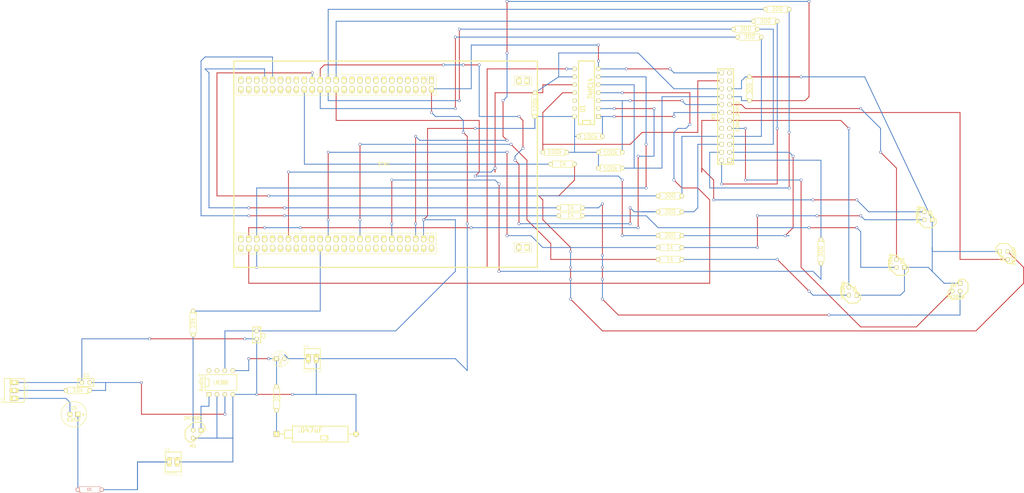
<source format=kicad_pcb>
(kicad_pcb (version 3) (host pcbnew "(2013-07-07 BZR 4022)-stable")

  (general
    (links 86)
    (no_connects 1)
    (area 56.743599 12.598399 249.8725 162.984501)
    (thickness 1.6)
    (drawings 0)
    (tracks 510)
    (zones 0)
    (modules 41)
    (nets 57)
  )

  (page A3)
  (layers
    (15 F.Cu signal)
    (0 B.Cu signal)
    (16 B.Adhes user)
    (17 F.Adhes user)
    (18 B.Paste user)
    (19 F.Paste user)
    (20 B.SilkS user)
    (21 F.SilkS user)
    (22 B.Mask user)
    (23 F.Mask user)
    (24 Dwgs.User user)
    (25 Cmts.User user)
    (26 Eco1.User user)
    (27 Eco2.User user)
    (28 Edge.Cuts user)
  )

  (setup
    (last_trace_width 0.254)
    (trace_clearance 0.254)
    (zone_clearance 0.508)
    (zone_45_only no)
    (trace_min 0.254)
    (segment_width 0.2)
    (edge_width 0.1)
    (via_size 0.889)
    (via_drill 0.635)
    (via_min_size 0.889)
    (via_min_drill 0.508)
    (uvia_size 0.508)
    (uvia_drill 0.127)
    (uvias_allowed no)
    (uvia_min_size 0.508)
    (uvia_min_drill 0.127)
    (pcb_text_width 0.3)
    (pcb_text_size 1.5 1.5)
    (mod_edge_width 0.15)
    (mod_text_size 1 1)
    (mod_text_width 0.15)
    (pad_size 1.5 1.5)
    (pad_drill 0.6)
    (pad_to_mask_clearance 0)
    (aux_axis_origin 0 0)
    (visible_elements 7FFFFFFF)
    (pcbplotparams
      (layerselection 3178497)
      (usegerberextensions true)
      (excludeedgelayer true)
      (linewidth 0.150000)
      (plotframeref false)
      (viasonmask false)
      (mode 1)
      (useauxorigin false)
      (hpglpennumber 1)
      (hpglpenspeed 20)
      (hpglpendiameter 15)
      (hpglpenoverlay 2)
      (psnegative false)
      (psa4output false)
      (plotreference true)
      (plotvalue true)
      (plotothertext true)
      (plotinvisibletext false)
      (padsonsilk false)
      (subtractmaskfromsilk false)
      (outputformat 1)
      (mirror false)
      (drillshape 1)
      (scaleselection 1)
      (outputdirectory ""))
  )

  (net 0 "")
  (net 1 3V_205)
  (net 2 5V_203)
  (net 3 AudioIn)
  (net 4 AudioJackGrnd)
  (net 5 AudiojackOut)
  (net 6 DIG_COLON)
  (net 7 DIG_H01)
  (net 8 DIG_H10)
  (net 9 DIG_M01)
  (net 10 DIG_M10)
  (net 11 N-0000041)
  (net 12 N-0000042)
  (net 13 N-0000043)
  (net 14 N-0000044)
  (net 15 N-0000045)
  (net 16 N-0000048)
  (net 17 N-0000049)
  (net 18 N-0000050)
  (net 19 N-0000051)
  (net 20 N-0000053)
  (net 21 PC10)
  (net 22 PC6)
  (net 23 PC7)
  (net 24 PC8)
  (net 25 PC9)
  (net 26 PD10)
  (net 27 PD11)
  (net 28 PD6)
  (net 29 PD7)
  (net 30 PD8)
  (net 31 PD9)
  (net 32 PE10)
  (net 33 PE11)
  (net 34 PE12)
  (net 35 PE13)
  (net 36 PE6)
  (net 37 PE7)
  (net 38 PE8)
  (net 39 PE9)
  (net 40 PHOTO-)
  (net 41 S1)
  (net 42 S2)
  (net 43 S3)
  (net 44 S4)
  (net 45 S5)
  (net 46 SEG_A)
  (net 47 SEG_B)
  (net 48 SEG_C)
  (net 49 SEG_D)
  (net 50 SEG_DP)
  (net 51 SEG_E)
  (net 52 SEG_F)
  (net 53 SEG_G)
  (net 54 SPKR+)
  (net 55 VOL+)
  (net 56 VOL_SEL)

  (net_class Default "This is the default net class."
    (clearance 0.254)
    (trace_width 0.254)
    (via_dia 0.889)
    (via_drill 0.635)
    (uvia_dia 0.508)
    (uvia_drill 0.127)
    (add_net "")
    (add_net 3V_205)
    (add_net 5V_203)
    (add_net AudioIn)
    (add_net AudioJackGrnd)
    (add_net AudiojackOut)
    (add_net DIG_COLON)
    (add_net DIG_H01)
    (add_net DIG_H10)
    (add_net DIG_M01)
    (add_net DIG_M10)
    (add_net N-0000041)
    (add_net N-0000042)
    (add_net N-0000043)
    (add_net N-0000044)
    (add_net N-0000045)
    (add_net N-0000048)
    (add_net N-0000049)
    (add_net N-0000050)
    (add_net N-0000051)
    (add_net N-0000053)
    (add_net PC10)
    (add_net PC6)
    (add_net PC7)
    (add_net PC8)
    (add_net PC9)
    (add_net PD10)
    (add_net PD11)
    (add_net PD6)
    (add_net PD7)
    (add_net PD8)
    (add_net PD9)
    (add_net PE10)
    (add_net PE11)
    (add_net PE12)
    (add_net PE13)
    (add_net PE6)
    (add_net PE7)
    (add_net PE8)
    (add_net PE9)
    (add_net PHOTO-)
    (add_net S1)
    (add_net S2)
    (add_net S3)
    (add_net S4)
    (add_net S5)
    (add_net SEG_A)
    (add_net SEG_B)
    (add_net SEG_C)
    (add_net SEG_D)
    (add_net SEG_DP)
    (add_net SEG_E)
    (add_net SEG_F)
    (add_net SEG_G)
    (add_net SPKR+)
    (add_net VOL+)
    (add_net VOL_SEL)
  )

  (module STM32F4DISC (layer F.Cu) (tedit 55690876) (tstamp 5580A0FF)
    (at 191.77 128.27)
    (descr "STM32 F4 Discovery Header")
    (tags "STM32F4 Discovery")
    (path /557DEA42/55807EE7)
    (fp_text reference STM1 (at 0 1.27) (layer F.SilkS)
      (effects (font (size 1.016 1.016) (thickness 0.2032)))
    )
    (fp_text value STM32_F4_DISCOVERY (at 0 -1.27) (layer F.SilkS) hide
      (effects (font (size 1.016 0.889) (thickness 0.2032)))
    )
    (fp_line (start 41.656 -26.924) (end 47.244 -26.924) (layer F.SilkS) (width 0.15))
    (fp_line (start 47.244 -26.924) (end 47.244 -23.876) (layer F.SilkS) (width 0.15))
    (fp_line (start 47.244 -23.876) (end 41.656 -23.876) (layer F.SilkS) (width 0.15))
    (fp_line (start 41.656 -23.876) (end 41.656 -26.924) (layer F.SilkS) (width 0.15))
    (fp_line (start 47.244 26.416) (end 41.656 26.416) (layer F.SilkS) (width 0.15))
    (fp_line (start 41.656 26.416) (end 41.656 29.464) (layer F.SilkS) (width 0.15))
    (fp_line (start 41.656 29.464) (end 47.244 29.464) (layer F.SilkS) (width 0.15))
    (fp_line (start 47.244 29.464) (end 47.244 26.416) (layer F.SilkS) (width 0.15))
    (fp_line (start 13.97 23.368) (end 13.97 26.67) (layer F.SilkS) (width 0.15))
    (fp_line (start 13.97 26.67) (end 16.764 26.67) (layer F.SilkS) (width 0.15))
    (fp_line (start 16.764 23.368) (end -47.244 23.368) (layer F.SilkS) (width 0.15))
    (fp_line (start -47.244 23.368) (end -47.244 29.972) (layer F.SilkS) (width 0.15))
    (fp_line (start -47.244 29.972) (end 16.764 29.972) (layer F.SilkS) (width 0.15))
    (fp_line (start 16.764 29.972) (end 16.764 23.368) (layer F.SilkS) (width 0.15))
    (fp_line (start 13.97 -27.432) (end 13.97 -24.13) (layer F.SilkS) (width 0.15))
    (fp_line (start 13.97 -24.13) (end 16.764 -24.13) (layer F.SilkS) (width 0.15))
    (fp_line (start 16.764 -27.432) (end -47.244 -27.432) (layer F.SilkS) (width 0.15))
    (fp_line (start -47.244 -27.432) (end -47.244 -20.828) (layer F.SilkS) (width 0.15))
    (fp_line (start -47.244 -20.828) (end 16.764 -20.828) (layer F.SilkS) (width 0.15))
    (fp_line (start 16.764 -20.828) (end 16.764 -27.432) (layer F.SilkS) (width 0.15))
    (fp_line (start 49.0588 -31.73) (end -47.9412 -31.73) (layer F.SilkS) (width 0.381))
    (fp_line (start -47.9412 34.27) (end 49.0588 34.27) (layer F.SilkS) (width 0.381))
    (fp_line (start 49.0588 34.27) (end 49.0588 -31.73) (layer F.SilkS) (width 0.381))
    (fp_line (start -47.9412 34.27) (end -47.9412 -31.73) (layer F.SilkS) (width 0.381))
    (pad JP31 thru_hole rect (at 45.7188 27.94) (size 1.524 2.032) (drill 1.0668)
      (layers *.Cu *.Mask F.SilkS)
    )
    (pad JP32 thru_hole oval (at 43.1788 27.94) (size 1.651 2.286) (drill 1.0668)
      (layers *.Cu *.Mask F.SilkS)
    )
    (pad JP22 thru_hole oval (at 43.1788 -25.4) (size 1.651 2.286) (drill 1.0668)
      (layers *.Cu *.Mask F.SilkS)
    )
    (pad JP21 thru_hole rect (at 45.7188 -25.4) (size 1.524 2.032) (drill 1.0668)
      (layers *.Cu *.Mask F.SilkS)
    )
    (pad 1-1 thru_hole rect (at 15.24 -25.4) (size 1.524 2.032) (drill 1.0668 (offset 0 -0.254))
      (layers *.Cu *.Mask F.SilkS)
    )
    (pad 1-3 thru_hole oval (at 12.7 -25.4) (size 1.651 2.286) (drill 1.0668 (offset 0 -0.254))
      (layers *.Cu *.Mask F.SilkS)
    )
    (pad 1-5 thru_hole oval (at 10.16 -25.4) (size 1.651 2.286) (drill 1.0668 (offset 0 -0.254))
      (layers *.Cu *.Mask F.SilkS)
    )
    (pad 1-7 thru_hole oval (at 7.62 -25.4) (size 1.651 2.286) (drill 1.0668 (offset 0 -0.254))
      (layers *.Cu *.Mask F.SilkS)
    )
    (pad 1-9 thru_hole oval (at 5.08 -25.4) (size 1.651 2.286) (drill 1.0668 (offset 0 -0.254))
      (layers *.Cu *.Mask F.SilkS)
    )
    (pad 1-11 thru_hole oval (at 2.54 -25.4) (size 1.651 2.286) (drill 1.0668 (offset 0 -0.254))
      (layers *.Cu *.Mask F.SilkS)
    )
    (pad 1-13 thru_hole oval (at 0 -25.4) (size 1.651 2.286) (drill 1.0668 (offset 0 -0.254))
      (layers *.Cu *.Mask F.SilkS)
    )
    (pad 1-15 thru_hole oval (at -2.54 -25.4) (size 1.651 2.286) (drill 1.0668 (offset 0 -0.254))
      (layers *.Cu *.Mask F.SilkS)
    )
    (pad 1-17 thru_hole oval (at -5.08 -25.4) (size 1.651 2.286) (drill 1.0668 (offset 0 -0.254))
      (layers *.Cu *.Mask F.SilkS)
    )
    (pad 1-19 thru_hole oval (at -7.62 -25.4) (size 1.651 2.286) (drill 1.0668 (offset 0 -0.254))
      (layers *.Cu *.Mask F.SilkS)
    )
    (pad 1-21 thru_hole oval (at -10.16 -25.4) (size 1.651 2.286) (drill 1.0668 (offset 0 -0.254))
      (layers *.Cu *.Mask F.SilkS)
    )
    (pad 1-23 thru_hole oval (at -12.7 -25.4) (size 1.651 2.286) (drill 1.0668 (offset 0 -0.254))
      (layers *.Cu *.Mask F.SilkS)
    )
    (pad 1-25 thru_hole oval (at -15.24 -25.4) (size 1.651 2.286) (drill 1.0668 (offset 0 -0.254))
      (layers *.Cu *.Mask F.SilkS)
      (net 37 PE7)
    )
    (pad 1-27 thru_hole oval (at -17.78 -25.4) (size 1.651 2.286) (drill 1.0668 (offset 0 -0.254))
      (layers *.Cu *.Mask F.SilkS)
      (net 39 PE9)
    )
    (pad 1-29 thru_hole oval (at -20.32 -25.4) (size 1.651 2.286) (drill 1.0668 (offset 0 -0.254))
      (layers *.Cu *.Mask F.SilkS)
      (net 33 PE11)
    )
    (pad 1-31 thru_hole oval (at -22.86 -25.4) (size 1.651 2.286) (drill 1.0668 (offset 0 -0.254))
      (layers *.Cu *.Mask F.SilkS)
      (net 35 PE13)
    )
    (pad 1-33 thru_hole oval (at -25.4 -25.4) (size 1.651 2.286) (drill 1.0668 (offset 0 -0.254))
      (layers *.Cu *.Mask F.SilkS)
    )
    (pad 1-35 thru_hole oval (at -27.94 -25.4) (size 1.651 2.286) (drill 1.0668 (offset 0 -0.254))
      (layers *.Cu *.Mask F.SilkS)
    )
    (pad 1-37 thru_hole oval (at -30.48 -25.4) (size 1.651 2.286) (drill 1.0668 (offset 0 -0.254))
      (layers *.Cu *.Mask F.SilkS)
    )
    (pad 1-39 thru_hole oval (at -33.02 -25.4) (size 1.651 2.286) (drill 1.0668 (offset 0 -0.254))
      (layers *.Cu *.Mask F.SilkS)
    )
    (pad 1-41 thru_hole oval (at -35.56 -25.4) (size 1.651 2.286) (drill 1.0668 (offset 0 -0.254))
      (layers *.Cu *.Mask F.SilkS)
      (net 31 PD9)
    )
    (pad 1-43 thru_hole oval (at -38.1 -25.4) (size 1.651 2.286) (drill 1.0668 (offset 0 -0.254))
      (layers *.Cu *.Mask F.SilkS)
      (net 27 PD11)
    )
    (pad 1-45 thru_hole oval (at -40.64 -25.4) (size 1.651 2.286) (drill 1.0668 (offset 0 -0.254))
      (layers *.Cu *.Mask F.SilkS)
    )
    (pad 1-47 thru_hole oval (at -43.18 -25.4) (size 1.651 2.286) (drill 1.0668 (offset 0 -0.254))
      (layers *.Cu *.Mask F.SilkS)
    )
    (pad 1-49 thru_hole oval (at -45.72 -25.4) (size 1.651 2.286) (drill 1.0668 (offset 0 -0.254))
      (layers *.Cu *.Mask F.SilkS)
    )
    (pad 1-2 thru_hole oval (at 15.24 -22.86 180) (size 1.651 2.286) (drill 1.0668 (offset 0 -0.254))
      (layers *.Cu *.Mask F.SilkS)
      (net 4 AudioJackGrnd)
    )
    (pad 1-4 thru_hole oval (at 12.7 -22.86 180) (size 1.651 2.286) (drill 1.0668 (offset 0 -0.254))
      (layers *.Cu *.Mask F.SilkS)
    )
    (pad 1-6 thru_hole oval (at 10.16 -22.86 180) (size 1.651 2.286) (drill 1.0668 (offset 0 -0.254))
      (layers *.Cu *.Mask F.SilkS)
    )
    (pad 1-8 thru_hole oval (at 7.62 -22.86 180) (size 1.651 2.286) (drill 1.0668 (offset 0 -0.254))
      (layers *.Cu *.Mask F.SilkS)
    )
    (pad 1-10 thru_hole oval (at 5.08 -22.86 180) (size 1.651 2.286) (drill 1.0668 (offset 0 -0.254))
      (layers *.Cu *.Mask F.SilkS)
    )
    (pad 1-12 thru_hole oval (at 2.54 -22.86 180) (size 1.651 2.286) (drill 1.0668 (offset 0 -0.254))
      (layers *.Cu *.Mask F.SilkS)
    )
    (pad 1-14 thru_hole oval (at 0 -22.86 180) (size 1.651 2.286) (drill 1.0668 (offset 0 -0.254))
      (layers *.Cu *.Mask F.SilkS)
    )
    (pad 1-16 thru_hole oval (at -2.54 -22.86 180) (size 1.651 2.286) (drill 1.0668 (offset 0 -0.254))
      (layers *.Cu *.Mask F.SilkS)
    )
    (pad 1-18 thru_hole oval (at -5.08 -22.86 180) (size 1.651 2.286) (drill 1.0668 (offset 0 -0.254))
      (layers *.Cu *.Mask F.SilkS)
    )
    (pad 1-20 thru_hole oval (at -7.62 -22.86 180) (size 1.651 2.286) (drill 1.0668 (offset 0 -0.254))
      (layers *.Cu *.Mask F.SilkS)
    )
    (pad 1-22 thru_hole oval (at -10.16 -22.86 180) (size 1.651 2.286) (drill 1.0668 (offset 0 -0.254))
      (layers *.Cu *.Mask F.SilkS)
    )
    (pad 1-24 thru_hole oval (at -12.7 -22.86 180) (size 1.651 2.286) (drill 1.0668 (offset 0 -0.254))
      (layers *.Cu *.Mask F.SilkS)
    )
    (pad 1-26 thru_hole oval (at -15.24 -22.86 180) (size 1.651 2.286) (drill 1.0668 (offset 0 -0.254))
      (layers *.Cu *.Mask F.SilkS)
      (net 38 PE8)
    )
    (pad 1-28 thru_hole oval (at -17.78 -22.86 180) (size 1.651 2.286) (drill 1.0668 (offset 0 -0.254))
      (layers *.Cu *.Mask F.SilkS)
      (net 32 PE10)
    )
    (pad 1-30 thru_hole oval (at -20.32 -22.86 180) (size 1.651 2.286) (drill 1.0668 (offset 0 -0.254))
      (layers *.Cu *.Mask F.SilkS)
      (net 34 PE12)
    )
    (pad 1-32 thru_hole oval (at -22.86 -22.86 180) (size 1.651 2.286) (drill 1.0668 (offset 0 -0.254))
      (layers *.Cu *.Mask F.SilkS)
    )
    (pad 1-34 thru_hole oval (at -25.4 -22.86 180) (size 1.651 2.286) (drill 1.0668 (offset 0 -0.254))
      (layers *.Cu *.Mask F.SilkS)
      (net 26 PD10)
    )
    (pad 1-36 thru_hole oval (at -27.94 -22.86 180) (size 1.651 2.286) (drill 1.0668 (offset 0 -0.254))
      (layers *.Cu *.Mask F.SilkS)
    )
    (pad 1-38 thru_hole oval (at -30.48 -22.86 180) (size 1.651 2.286) (drill 1.0668 (offset 0 -0.254))
      (layers *.Cu *.Mask F.SilkS)
    )
    (pad 1-40 thru_hole oval (at -33.02 -22.86 180) (size 1.651 2.286) (drill 1.0668 (offset 0 -0.254))
      (layers *.Cu *.Mask F.SilkS)
    )
    (pad 1-42 thru_hole oval (at -35.56 -22.86 180) (size 1.651 2.286) (drill 1.0668 (offset 0 -0.254))
      (layers *.Cu *.Mask F.SilkS)
    )
    (pad 1-44 thru_hole oval (at -38.1 -22.86 180) (size 1.651 2.286) (drill 1.0668 (offset 0 -0.254))
      (layers *.Cu *.Mask F.SilkS)
    )
    (pad 1-46 thru_hole oval (at -40.64 -22.86 180) (size 1.651 2.286) (drill 1.0668 (offset 0 -0.254))
      (layers *.Cu *.Mask F.SilkS)
    )
    (pad 1-48 thru_hole oval (at -43.18 -22.86 180) (size 1.651 2.286) (drill 1.0668 (offset 0 -0.254))
      (layers *.Cu *.Mask F.SilkS)
    )
    (pad 1-50 thru_hole oval (at -45.72 -22.86 180) (size 1.651 2.286) (drill 1.0668 (offset 0 -0.254))
      (layers *.Cu *.Mask F.SilkS)
    )
    (pad 2-1 thru_hole oval (at 15.24 25.4) (size 1.651 2.286) (drill 1.0668 (offset 0 -0.254))
      (layers *.Cu *.Mask F.SilkS)
    )
    (pad 2-3 thru_hole oval (at 12.7 25.4) (size 1.651 2.286) (drill 1.0668 (offset 0 -0.254))
      (layers *.Cu *.Mask F.SilkS)
      (net 2 5V_203)
    )
    (pad 2-5 thru_hole oval (at 10.16 25.4) (size 1.651 2.286) (drill 1.0668 (offset 0 -0.254))
      (layers *.Cu *.Mask F.SilkS)
      (net 1 3V_205)
    )
    (pad 2-7 thru_hole oval (at 7.62 25.4) (size 1.651 2.286) (drill 1.0668 (offset 0 -0.254))
      (layers *.Cu *.Mask F.SilkS)
    )
    (pad 2-9 thru_hole oval (at 5.08 25.4) (size 1.651 2.286) (drill 1.0668 (offset 0 -0.254))
      (layers *.Cu *.Mask F.SilkS)
    )
    (pad 2-11 thru_hole oval (at 2.54 25.4) (size 1.651 2.286) (drill 1.0668 (offset 0 -0.254))
      (layers *.Cu *.Mask F.SilkS)
      (net 36 PE6)
    )
    (pad 2-13 thru_hole oval (at 0 25.4) (size 1.651 2.286) (drill 1.0668 (offset 0 -0.254))
      (layers *.Cu *.Mask F.SilkS)
    )
    (pad 2-15 thru_hole oval (at -2.54 25.4) (size 1.651 2.286) (drill 1.0668 (offset 0 -0.254))
      (layers *.Cu *.Mask F.SilkS)
    )
    (pad 2-17 thru_hole oval (at -5.08 25.4) (size 1.651 2.286) (drill 1.0668 (offset 0 -0.254))
      (layers *.Cu *.Mask F.SilkS)
    )
    (pad 2-19 thru_hole oval (at -7.62 25.4) (size 1.651 2.286) (drill 1.0668 (offset 0 -0.254))
      (layers *.Cu *.Mask F.SilkS)
      (net 30 PD8)
    )
    (pad 2-21 thru_hole oval (at -10.16 25.4) (size 1.651 2.286) (drill 1.0668 (offset 0 -0.254))
      (layers *.Cu *.Mask F.SilkS)
    )
    (pad 2-23 thru_hole oval (at -12.7 25.4) (size 1.651 2.286) (drill 1.0668 (offset 0 -0.254))
      (layers *.Cu *.Mask F.SilkS)
    )
    (pad 2-25 thru_hole oval (at -15.24 25.4) (size 1.651 2.286) (drill 1.0668 (offset 0 -0.254))
      (layers *.Cu *.Mask F.SilkS)
    )
    (pad 2-27 thru_hole oval (at -17.78 25.4) (size 1.651 2.286) (drill 1.0668 (offset 0 -0.254))
      (layers *.Cu *.Mask F.SilkS)
      (net 29 PD7)
    )
    (pad 2-29 thru_hole oval (at -20.32 25.4) (size 1.651 2.286) (drill 1.0668 (offset 0 -0.254))
      (layers *.Cu *.Mask F.SilkS)
    )
    (pad 2-31 thru_hole oval (at -22.86 25.4) (size 1.651 2.286) (drill 1.0668 (offset 0 -0.254))
      (layers *.Cu *.Mask F.SilkS)
    )
    (pad 2-33 thru_hole oval (at -25.4 25.4) (size 1.651 2.286) (drill 1.0668 (offset 0 -0.254))
      (layers *.Cu *.Mask F.SilkS)
    )
    (pad 2-35 thru_hole oval (at -27.94 25.4) (size 1.651 2.286) (drill 1.0668 (offset 0 -0.254))
      (layers *.Cu *.Mask F.SilkS)
    )
    (pad 2-37 thru_hole oval (at -30.48 25.4) (size 1.651 2.286) (drill 1.0668 (offset 0 -0.254))
      (layers *.Cu *.Mask F.SilkS)
      (net 21 PC10)
    )
    (pad 2-39 thru_hole oval (at -33.02 25.4) (size 1.651 2.286) (drill 1.0668 (offset 0 -0.254))
      (layers *.Cu *.Mask F.SilkS)
    )
    (pad 2-41 thru_hole oval (at -35.56 25.4) (size 1.651 2.286) (drill 1.0668 (offset 0 -0.254))
      (layers *.Cu *.Mask F.SilkS)
    )
    (pad 2-43 thru_hole oval (at -38.1 25.4) (size 1.651 2.286) (drill 1.0668 (offset 0 -0.254))
      (layers *.Cu *.Mask F.SilkS)
    )
    (pad 2-45 thru_hole oval (at -40.64 25.4) (size 1.651 2.286) (drill 1.0668 (offset 0 -0.254))
      (layers *.Cu *.Mask F.SilkS)
      (net 24 PC8)
    )
    (pad 2-47 thru_hole oval (at -43.18 25.4) (size 1.651 2.286) (drill 1.0668 (offset 0 -0.254))
      (layers *.Cu *.Mask F.SilkS)
      (net 22 PC6)
    )
    (pad 2-49 thru_hole oval (at -45.72 25.4) (size 1.651 2.286) (drill 1.0668 (offset 0 -0.254))
      (layers *.Cu *.Mask F.SilkS)
    )
    (pad 2-2 thru_hole oval (at 15.24 27.94 180) (size 1.651 2.286) (drill 1.0668 (offset 0 -0.254))
      (layers *.Cu *.Mask F.SilkS)
    )
    (pad 2-4 thru_hole oval (at 12.7 27.94 180) (size 1.651 2.286) (drill 1.0668 (offset 0 -0.254))
      (layers *.Cu *.Mask F.SilkS)
    )
    (pad 2-6 thru_hole oval (at 10.16 27.94 180) (size 1.651 2.286) (drill 1.0668 (offset 0 -0.254))
      (layers *.Cu *.Mask F.SilkS)
    )
    (pad 2-8 thru_hole oval (at 7.62 27.94 180) (size 1.651 2.286) (drill 1.0668 (offset 0 -0.254))
      (layers *.Cu *.Mask F.SilkS)
    )
    (pad 2-10 thru_hole oval (at 5.08 27.94 180) (size 1.651 2.286) (drill 1.0668 (offset 0 -0.254))
      (layers *.Cu *.Mask F.SilkS)
    )
    (pad 2-12 thru_hole oval (at 2.54 27.94 180) (size 1.651 2.286) (drill 1.0668 (offset 0 -0.254))
      (layers *.Cu *.Mask F.SilkS)
    )
    (pad 2-14 thru_hole oval (at 0 27.94 180) (size 1.651 2.286) (drill 1.0668 (offset 0 -0.254))
      (layers *.Cu *.Mask F.SilkS)
    )
    (pad 2-16 thru_hole oval (at -2.54 27.94 180) (size 1.651 2.286) (drill 1.0668 (offset 0 -0.254))
      (layers *.Cu *.Mask F.SilkS)
    )
    (pad 2-18 thru_hole oval (at -5.08 27.94 180) (size 1.651 2.286) (drill 1.0668 (offset 0 -0.254))
      (layers *.Cu *.Mask F.SilkS)
    )
    (pad 2-20 thru_hole oval (at -7.62 27.94 180) (size 1.651 2.286) (drill 1.0668 (offset 0 -0.254))
      (layers *.Cu *.Mask F.SilkS)
    )
    (pad 2-22 thru_hole oval (at -10.16 27.94 180) (size 1.651 2.286) (drill 1.0668 (offset 0 -0.254))
      (layers *.Cu *.Mask F.SilkS)
    )
    (pad 2-24 thru_hole oval (at -12.7 27.94 180) (size 1.651 2.286) (drill 1.0668 (offset 0 -0.254))
      (layers *.Cu *.Mask F.SilkS)
    )
    (pad 2-26 thru_hole oval (at -15.24 27.94 180) (size 1.651 2.286) (drill 1.0668 (offset 0 -0.254))
      (layers *.Cu *.Mask F.SilkS)
    )
    (pad 2-28 thru_hole oval (at -17.78 27.94 180) (size 1.651 2.286) (drill 1.0668 (offset 0 -0.254))
      (layers *.Cu *.Mask F.SilkS)
    )
    (pad 2-30 thru_hole oval (at -20.32 27.94 180) (size 1.651 2.286) (drill 1.0668 (offset 0 -0.254))
      (layers *.Cu *.Mask F.SilkS)
      (net 28 PD6)
    )
    (pad 2-32 thru_hole oval (at -22.86 27.94 180) (size 1.651 2.286) (drill 1.0668 (offset 0 -0.254))
      (layers *.Cu *.Mask F.SilkS)
    )
    (pad 2-34 thru_hole oval (at -25.4 27.94 180) (size 1.651 2.286) (drill 1.0668 (offset 0 -0.254))
      (layers *.Cu *.Mask F.SilkS)
    )
    (pad 2-36 thru_hole oval (at -27.94 27.94 180) (size 1.651 2.286) (drill 1.0668 (offset 0 -0.254))
      (layers *.Cu *.Mask F.SilkS)
    )
    (pad 2-38 thru_hole oval (at -30.48 27.94 180) (size 1.651 2.286) (drill 1.0668 (offset 0 -0.254))
      (layers *.Cu *.Mask F.SilkS)
    )
    (pad 2-40 thru_hole oval (at -33.02 27.94 180) (size 1.651 2.286) (drill 1.0668 (offset 0 -0.254))
      (layers *.Cu *.Mask F.SilkS)
    )
    (pad 2-42 thru_hole oval (at -35.56 27.94 180) (size 1.651 2.286) (drill 1.0668 (offset 0 -0.254))
      (layers *.Cu *.Mask F.SilkS)
    )
    (pad 2-44 thru_hole oval (at -38.1 27.94 180) (size 1.651 2.286) (drill 1.0668 (offset 0 -0.254))
      (layers *.Cu *.Mask F.SilkS)
    )
    (pad 2-46 thru_hole oval (at -40.64 27.94 180) (size 1.651 2.286) (drill 1.0668 (offset 0 -0.254))
      (layers *.Cu *.Mask F.SilkS)
      (net 25 PC9)
    )
    (pad 2-48 thru_hole oval (at -43.18 27.94 180) (size 1.651 2.286) (drill 1.0668 (offset 0 -0.254))
      (layers *.Cu *.Mask F.SilkS)
      (net 23 PC7)
    )
    (pad 2-50 thru_hole oval (at -45.72 27.94 180) (size 1.651 2.286) (drill 1.0668 (offset 0 -0.254))
      (layers *.Cu *.Mask F.SilkS)
    )
    (model walter/conn_misc/stm32f4_discovery_header.wrl
      (at (xyz 0 0 0))
      (scale (xyz 1 1 1))
      (rotate (xyz 0 0 0))
    )
  )

  (module TO92DGS (layer F.Cu) (tedit 4469CFF0) (tstamp 5580A030)
    (at 132.08 215.9)
    (descr "Transistor TO92 brochage type BC237")
    (tags "TR TO92")
    (path /557B7DE3/55809FE3)
    (fp_text reference M1 (at -1.27 3.81) (layer F.SilkS)
      (effects (font (size 1.016 1.016) (thickness 0.2032)))
    )
    (fp_text value 2N7000 (at -1.27 -5.08) (layer F.SilkS)
      (effects (font (size 1.016 1.016) (thickness 0.2032)))
    )
    (fp_line (start -1.27 2.54) (end 2.54 -1.27) (layer F.SilkS) (width 0.3048))
    (fp_line (start 2.54 -1.27) (end 2.54 -2.54) (layer F.SilkS) (width 0.3048))
    (fp_line (start 2.54 -2.54) (end 1.27 -3.81) (layer F.SilkS) (width 0.3048))
    (fp_line (start 1.27 -3.81) (end -1.27 -3.81) (layer F.SilkS) (width 0.3048))
    (fp_line (start -1.27 -3.81) (end -3.81 -1.27) (layer F.SilkS) (width 0.3048))
    (fp_line (start -3.81 -1.27) (end -3.81 1.27) (layer F.SilkS) (width 0.3048))
    (fp_line (start -3.81 1.27) (end -2.54 2.54) (layer F.SilkS) (width 0.3048))
    (fp_line (start -2.54 2.54) (end -1.27 2.54) (layer F.SilkS) (width 0.3048))
    (pad D thru_hole rect (at 1.27 -1.27) (size 1.397 1.397) (drill 0.8128)
      (layers *.Cu *.Mask F.SilkS)
      (net 20 N-0000053)
    )
    (pad G thru_hole circle (at -1.27 -1.27) (size 1.397 1.397) (drill 0.8128)
      (layers *.Cu *.Mask F.SilkS)
      (net 18 N-0000050)
    )
    (pad S thru_hole circle (at -1.27 1.27) (size 1.397 1.397) (drill 0.8128)
      (layers *.Cu *.Mask F.SilkS)
      (net 4 AudioJackGrnd)
    )
    (model discret/to98.wrl
      (at (xyz 0 0 0))
      (scale (xyz 1 1 1))
      (rotate (xyz 0 0 0))
    )
  )

  (module TO92-CBE (layer F.Cu) (tedit 4718C200) (tstamp 5580A03F)
    (at 341.63 170.18 90)
    (descr "Transistor TO92 brochage type BC237")
    (tags "TR TO92")
    (path /557B65AF/5580850A)
    (fp_text reference Q4 (at 0.762 0.635 90) (layer F.SilkS)
      (effects (font (size 1.016 1.016) (thickness 0.2032)))
    )
    (fp_text value 2N3906 (at 0.254 -3.048 90) (layer F.SilkS)
      (effects (font (size 1.016 1.016) (thickness 0.2032)))
    )
    (fp_line (start -1.27 2.54) (end 2.54 -1.27) (layer F.SilkS) (width 0.3048))
    (fp_line (start 2.54 -1.27) (end 2.54 -2.54) (layer F.SilkS) (width 0.3048))
    (fp_line (start 2.54 -2.54) (end 1.27 -3.81) (layer F.SilkS) (width 0.3048))
    (fp_line (start 1.27 -3.81) (end -1.27 -3.81) (layer F.SilkS) (width 0.3048))
    (fp_line (start -1.27 -3.81) (end -3.81 -1.27) (layer F.SilkS) (width 0.3048))
    (fp_line (start -3.81 -1.27) (end -3.81 1.27) (layer F.SilkS) (width 0.3048))
    (fp_line (start -3.81 1.27) (end -2.54 2.54) (layer F.SilkS) (width 0.3048))
    (fp_line (start -2.54 2.54) (end -1.27 2.54) (layer F.SilkS) (width 0.3048))
    (pad E thru_hole rect (at -1.27 1.27 90) (size 1.397 1.397) (drill 0.8128)
      (layers *.Cu *.Mask F.SilkS)
      (net 40 PHOTO-)
    )
    (pad B thru_hole circle (at -1.27 -1.27 90) (size 1.397 1.397) (drill 0.8128)
      (layers *.Cu *.Mask F.SilkS)
      (net 14 N-0000044)
    )
    (pad C thru_hole circle (at 1.27 -1.27 90) (size 1.397 1.397) (drill 0.8128)
      (layers *.Cu *.Mask F.SilkS)
      (net 10 DIG_M10)
    )
    (model discret/to98.wrl
      (at (xyz 0 0 0))
      (scale (xyz 1 1 1))
      (rotate (xyz 0 0 0))
    )
  )

  (module TO92-CBE (layer F.Cu) (tedit 4718C200) (tstamp 5580A04E)
    (at 365.76 146.05 90)
    (descr "Transistor TO92 brochage type BC237")
    (tags "TR TO92")
    (path /557B65AF/55808477)
    (fp_text reference Q5 (at 0.762 0.635 90) (layer F.SilkS)
      (effects (font (size 1.016 1.016) (thickness 0.2032)))
    )
    (fp_text value 2N3906 (at 0.254 -3.048 90) (layer F.SilkS)
      (effects (font (size 1.016 1.016) (thickness 0.2032)))
    )
    (fp_line (start -1.27 2.54) (end 2.54 -1.27) (layer F.SilkS) (width 0.3048))
    (fp_line (start 2.54 -1.27) (end 2.54 -2.54) (layer F.SilkS) (width 0.3048))
    (fp_line (start 2.54 -2.54) (end 1.27 -3.81) (layer F.SilkS) (width 0.3048))
    (fp_line (start 1.27 -3.81) (end -1.27 -3.81) (layer F.SilkS) (width 0.3048))
    (fp_line (start -1.27 -3.81) (end -3.81 -1.27) (layer F.SilkS) (width 0.3048))
    (fp_line (start -3.81 -1.27) (end -3.81 1.27) (layer F.SilkS) (width 0.3048))
    (fp_line (start -3.81 1.27) (end -2.54 2.54) (layer F.SilkS) (width 0.3048))
    (fp_line (start -2.54 2.54) (end -1.27 2.54) (layer F.SilkS) (width 0.3048))
    (pad E thru_hole rect (at -1.27 1.27 90) (size 1.397 1.397) (drill 0.8128)
      (layers *.Cu *.Mask F.SilkS)
      (net 40 PHOTO-)
    )
    (pad B thru_hole circle (at -1.27 -1.27 90) (size 1.397 1.397) (drill 0.8128)
      (layers *.Cu *.Mask F.SilkS)
      (net 12 N-0000042)
    )
    (pad C thru_hole circle (at 1.27 -1.27 90) (size 1.397 1.397) (drill 0.8128)
      (layers *.Cu *.Mask F.SilkS)
      (net 9 DIG_M01)
    )
    (model discret/to98.wrl
      (at (xyz 0 0 0))
      (scale (xyz 1 1 1))
      (rotate (xyz 0 0 0))
    )
  )

  (module TO92-CBE (layer F.Cu) (tedit 4718C200) (tstamp 5580A05D)
    (at 356.87 161.29 90)
    (descr "Transistor TO92 brochage type BC237")
    (tags "TR TO92")
    (path /557B65AF/55808471)
    (fp_text reference Q3 (at 0.762 0.635 90) (layer F.SilkS)
      (effects (font (size 1.016 1.016) (thickness 0.2032)))
    )
    (fp_text value 2N3906 (at 0.254 -3.048 90) (layer F.SilkS)
      (effects (font (size 1.016 1.016) (thickness 0.2032)))
    )
    (fp_line (start -1.27 2.54) (end 2.54 -1.27) (layer F.SilkS) (width 0.3048))
    (fp_line (start 2.54 -1.27) (end 2.54 -2.54) (layer F.SilkS) (width 0.3048))
    (fp_line (start 2.54 -2.54) (end 1.27 -3.81) (layer F.SilkS) (width 0.3048))
    (fp_line (start 1.27 -3.81) (end -1.27 -3.81) (layer F.SilkS) (width 0.3048))
    (fp_line (start -1.27 -3.81) (end -3.81 -1.27) (layer F.SilkS) (width 0.3048))
    (fp_line (start -3.81 -1.27) (end -3.81 1.27) (layer F.SilkS) (width 0.3048))
    (fp_line (start -3.81 1.27) (end -2.54 2.54) (layer F.SilkS) (width 0.3048))
    (fp_line (start -2.54 2.54) (end -1.27 2.54) (layer F.SilkS) (width 0.3048))
    (pad E thru_hole rect (at -1.27 1.27 90) (size 1.397 1.397) (drill 0.8128)
      (layers *.Cu *.Mask F.SilkS)
      (net 40 PHOTO-)
    )
    (pad B thru_hole circle (at -1.27 -1.27 90) (size 1.397 1.397) (drill 0.8128)
      (layers *.Cu *.Mask F.SilkS)
      (net 15 N-0000045)
    )
    (pad C thru_hole circle (at 1.27 -1.27 90) (size 1.397 1.397) (drill 0.8128)
      (layers *.Cu *.Mask F.SilkS)
      (net 6 DIG_COLON)
    )
    (model discret/to98.wrl
      (at (xyz 0 0 0))
      (scale (xyz 1 1 1))
      (rotate (xyz 0 0 0))
    )
  )

  (module TO92-CBE (layer F.Cu) (tedit 4718C200) (tstamp 55813F47)
    (at 374.65 168.91 180)
    (descr "Transistor TO92 brochage type BC237")
    (tags "TR TO92")
    (path /557B65AF/55808464)
    (fp_text reference Q1 (at 0.762 0.635 180) (layer F.SilkS)
      (effects (font (size 1.016 1.016) (thickness 0.2032)))
    )
    (fp_text value 2N3906 (at 0.254 -3.048 180) (layer F.SilkS)
      (effects (font (size 1.016 1.016) (thickness 0.2032)))
    )
    (fp_line (start -1.27 2.54) (end 2.54 -1.27) (layer F.SilkS) (width 0.3048))
    (fp_line (start 2.54 -1.27) (end 2.54 -2.54) (layer F.SilkS) (width 0.3048))
    (fp_line (start 2.54 -2.54) (end 1.27 -3.81) (layer F.SilkS) (width 0.3048))
    (fp_line (start 1.27 -3.81) (end -1.27 -3.81) (layer F.SilkS) (width 0.3048))
    (fp_line (start -1.27 -3.81) (end -3.81 -1.27) (layer F.SilkS) (width 0.3048))
    (fp_line (start -3.81 -1.27) (end -3.81 1.27) (layer F.SilkS) (width 0.3048))
    (fp_line (start -3.81 1.27) (end -2.54 2.54) (layer F.SilkS) (width 0.3048))
    (fp_line (start -2.54 2.54) (end -1.27 2.54) (layer F.SilkS) (width 0.3048))
    (pad E thru_hole rect (at -1.27 1.27 180) (size 1.397 1.397) (drill 0.8128)
      (layers *.Cu *.Mask F.SilkS)
      (net 40 PHOTO-)
    )
    (pad B thru_hole circle (at -1.27 -1.27 180) (size 1.397 1.397) (drill 0.8128)
      (layers *.Cu *.Mask F.SilkS)
      (net 13 N-0000043)
    )
    (pad C thru_hole circle (at 1.27 -1.27 180) (size 1.397 1.397) (drill 0.8128)
      (layers *.Cu *.Mask F.SilkS)
      (net 8 DIG_H10)
    )
    (model discret/to98.wrl
      (at (xyz 0 0 0))
      (scale (xyz 1 1 1))
      (rotate (xyz 0 0 0))
    )
  )

  (module TO92-CBE (layer F.Cu) (tedit 4718C200) (tstamp 5580A07B)
    (at 389.89 158.75 270)
    (descr "Transistor TO92 brochage type BC237")
    (tags "TR TO92")
    (path /557B65AF/55808443)
    (fp_text reference Q2 (at 0.762 0.635 270) (layer F.SilkS)
      (effects (font (size 1.016 1.016) (thickness 0.2032)))
    )
    (fp_text value 2N3906 (at 0.254 -3.048 270) (layer F.SilkS)
      (effects (font (size 1.016 1.016) (thickness 0.2032)))
    )
    (fp_line (start -1.27 2.54) (end 2.54 -1.27) (layer F.SilkS) (width 0.3048))
    (fp_line (start 2.54 -1.27) (end 2.54 -2.54) (layer F.SilkS) (width 0.3048))
    (fp_line (start 2.54 -2.54) (end 1.27 -3.81) (layer F.SilkS) (width 0.3048))
    (fp_line (start 1.27 -3.81) (end -1.27 -3.81) (layer F.SilkS) (width 0.3048))
    (fp_line (start -1.27 -3.81) (end -3.81 -1.27) (layer F.SilkS) (width 0.3048))
    (fp_line (start -3.81 -1.27) (end -3.81 1.27) (layer F.SilkS) (width 0.3048))
    (fp_line (start -3.81 1.27) (end -2.54 2.54) (layer F.SilkS) (width 0.3048))
    (fp_line (start -2.54 2.54) (end -1.27 2.54) (layer F.SilkS) (width 0.3048))
    (pad E thru_hole rect (at -1.27 1.27 270) (size 1.397 1.397) (drill 0.8128)
      (layers *.Cu *.Mask F.SilkS)
      (net 40 PHOTO-)
    )
    (pad B thru_hole circle (at -1.27 -1.27 270) (size 1.397 1.397) (drill 0.8128)
      (layers *.Cu *.Mask F.SilkS)
      (net 11 N-0000041)
    )
    (pad C thru_hole circle (at 1.27 -1.27 270) (size 1.397 1.397) (drill 0.8128)
      (layers *.Cu *.Mask F.SilkS)
      (net 7 DIG_H01)
    )
    (model discret/to98.wrl
      (at (xyz 0 0 0))
      (scale (xyz 1 1 1))
      (rotate (xyz 0 0 0))
    )
  )

  (module R3 (layer F.Cu) (tedit 4E4C0E65) (tstamp 5580A10D)
    (at 251.46 146.05 180)
    (descr "Resitance 3 pas")
    (tags R)
    (path /557B65AF/557F2DCB)
    (autoplace_cost180 10)
    (fp_text reference R21 (at 0 0.127 180) (layer F.SilkS) hide
      (effects (font (size 1.397 1.27) (thickness 0.2032)))
    )
    (fp_text value 1k (at 0 0.127 180) (layer F.SilkS)
      (effects (font (size 1.397 1.27) (thickness 0.2032)))
    )
    (fp_line (start -3.81 0) (end -3.302 0) (layer F.SilkS) (width 0.2032))
    (fp_line (start 3.81 0) (end 3.302 0) (layer F.SilkS) (width 0.2032))
    (fp_line (start 3.302 0) (end 3.302 -1.016) (layer F.SilkS) (width 0.2032))
    (fp_line (start 3.302 -1.016) (end -3.302 -1.016) (layer F.SilkS) (width 0.2032))
    (fp_line (start -3.302 -1.016) (end -3.302 1.016) (layer F.SilkS) (width 0.2032))
    (fp_line (start -3.302 1.016) (end 3.302 1.016) (layer F.SilkS) (width 0.2032))
    (fp_line (start 3.302 1.016) (end 3.302 0) (layer F.SilkS) (width 0.2032))
    (fp_line (start -3.302 -0.508) (end -2.794 -1.016) (layer F.SilkS) (width 0.2032))
    (pad 1 thru_hole circle (at -3.81 0 180) (size 1.397 1.397) (drill 0.8128)
      (layers *.Cu *.Mask F.SilkS)
      (net 15 N-0000045)
    )
    (pad 2 thru_hole circle (at 3.81 0 180) (size 1.397 1.397) (drill 0.8128)
      (layers *.Cu *.Mask F.SilkS)
      (net 31 PD9)
    )
    (model discret/resistor.wrl
      (at (xyz 0 0 0))
      (scale (xyz 0.3 0.3 0.3))
      (rotate (xyz 0 0 0))
    )
  )

  (module R3 (layer F.Cu) (tedit 4E4C0E65) (tstamp 5580A11B)
    (at 257.81 120.65)
    (descr "Resitance 3 pas")
    (tags R)
    (path /557DFB99/557DFC47)
    (autoplace_cost180 10)
    (fp_text reference R14 (at 0 0.127) (layer F.SilkS) hide
      (effects (font (size 1.397 1.27) (thickness 0.2032)))
    )
    (fp_text value 100k (at 0 0.127) (layer F.SilkS)
      (effects (font (size 1.397 1.27) (thickness 0.2032)))
    )
    (fp_line (start -3.81 0) (end -3.302 0) (layer F.SilkS) (width 0.2032))
    (fp_line (start 3.81 0) (end 3.302 0) (layer F.SilkS) (width 0.2032))
    (fp_line (start 3.302 0) (end 3.302 -1.016) (layer F.SilkS) (width 0.2032))
    (fp_line (start 3.302 -1.016) (end -3.302 -1.016) (layer F.SilkS) (width 0.2032))
    (fp_line (start -3.302 -1.016) (end -3.302 1.016) (layer F.SilkS) (width 0.2032))
    (fp_line (start -3.302 1.016) (end 3.302 1.016) (layer F.SilkS) (width 0.2032))
    (fp_line (start 3.302 1.016) (end 3.302 0) (layer F.SilkS) (width 0.2032))
    (fp_line (start -3.302 -0.508) (end -2.794 -1.016) (layer F.SilkS) (width 0.2032))
    (pad 1 thru_hole circle (at -3.81 0) (size 1.397 1.397) (drill 0.8128)
      (layers *.Cu *.Mask F.SilkS)
      (net 2 5V_203)
    )
    (pad 2 thru_hole circle (at 3.81 0) (size 1.397 1.397) (drill 0.8128)
      (layers *.Cu *.Mask F.SilkS)
      (net 41 S1)
    )
    (model discret/resistor.wrl
      (at (xyz 0 0 0))
      (scale (xyz 0.3 0.3 0.3))
      (rotate (xyz 0 0 0))
    )
  )

  (module R3 (layer F.Cu) (tedit 55812022) (tstamp 5580A129)
    (at 307.34 86.36 180)
    (descr "Resitance 3 pas")
    (tags R)
    (path /557B65AF/557B7BA6)
    (autoplace_cost180 10)
    (fp_text reference R6 (at 0 0.127 180) (layer F.SilkS) hide
      (effects (font (size 1.397 1.27) (thickness 0.2032)))
    )
    (fp_text value 300 (at 0 0.127 180) (layer F.SilkS)
      (effects (font (size 1.397 1.27) (thickness 0.2032)))
    )
    (fp_line (start -3.81 0) (end -3.302 0) (layer F.SilkS) (width 0.2032))
    (fp_line (start 3.81 0) (end 3.302 0) (layer F.SilkS) (width 0.2032))
    (fp_line (start 3.302 0) (end 3.302 -1.016) (layer F.SilkS) (width 0.2032))
    (fp_line (start 3.302 -1.016) (end -3.302 -1.016) (layer F.SilkS) (width 0.2032))
    (fp_line (start -3.302 -1.016) (end -3.302 1.016) (layer F.SilkS) (width 0.2032))
    (fp_line (start -3.302 1.016) (end 3.302 1.016) (layer F.SilkS) (width 0.2032))
    (fp_line (start 3.302 1.016) (end 3.302 0) (layer F.SilkS) (width 0.2032))
    (fp_line (start -3.302 -0.508) (end -2.794 -1.016) (layer F.SilkS) (width 0.2032))
    (pad 1 thru_hole circle (at -3.81 0 180) (size 1.397 1.397) (drill 0.8128)
      (layers *.Cu *.Mask F.SilkS)
      (net 51 SEG_E)
    )
    (pad 2 thru_hole circle (at 3.81 0 180) (size 1.397 1.397) (drill 0.8128)
      (layers *.Cu *.Mask F.SilkS)
      (net 32 PE10)
    )
    (model discret/resistor.wrl
      (at (xyz 0 0 0))
      (scale (xyz 0.3 0.3 0.3))
      (rotate (xyz 0 0 0))
    )
  )

  (module R3 (layer F.Cu) (tedit 4E4C0E65) (tstamp 5580A137)
    (at 283.21 144.78 180)
    (descr "Resitance 3 pas")
    (tags R)
    (path /557B65AF/557B7BAC)
    (autoplace_cost180 10)
    (fp_text reference R7 (at 0 0.127 180) (layer F.SilkS) hide
      (effects (font (size 1.397 1.27) (thickness 0.2032)))
    )
    (fp_text value 300 (at 0 0.127 180) (layer F.SilkS)
      (effects (font (size 1.397 1.27) (thickness 0.2032)))
    )
    (fp_line (start -3.81 0) (end -3.302 0) (layer F.SilkS) (width 0.2032))
    (fp_line (start 3.81 0) (end 3.302 0) (layer F.SilkS) (width 0.2032))
    (fp_line (start 3.302 0) (end 3.302 -1.016) (layer F.SilkS) (width 0.2032))
    (fp_line (start 3.302 -1.016) (end -3.302 -1.016) (layer F.SilkS) (width 0.2032))
    (fp_line (start -3.302 -1.016) (end -3.302 1.016) (layer F.SilkS) (width 0.2032))
    (fp_line (start -3.302 1.016) (end 3.302 1.016) (layer F.SilkS) (width 0.2032))
    (fp_line (start 3.302 1.016) (end 3.302 0) (layer F.SilkS) (width 0.2032))
    (fp_line (start -3.302 -0.508) (end -2.794 -1.016) (layer F.SilkS) (width 0.2032))
    (pad 1 thru_hole circle (at -3.81 0 180) (size 1.397 1.397) (drill 0.8128)
      (layers *.Cu *.Mask F.SilkS)
      (net 52 SEG_F)
    )
    (pad 2 thru_hole circle (at 3.81 0 180) (size 1.397 1.397) (drill 0.8128)
      (layers *.Cu *.Mask F.SilkS)
      (net 33 PE11)
    )
    (model discret/resistor.wrl
      (at (xyz 0 0 0))
      (scale (xyz 0.3 0.3 0.3))
      (rotate (xyz 0 0 0))
    )
  )

  (module R3 (layer F.Cu) (tedit 4E4C0E65) (tstamp 5580A145)
    (at 308.61 88.9 180)
    (descr "Resitance 3 pas")
    (tags R)
    (path /557B65AF/557B7BB2)
    (autoplace_cost180 10)
    (fp_text reference R9 (at 0 0.127 180) (layer F.SilkS) hide
      (effects (font (size 1.397 1.27) (thickness 0.2032)))
    )
    (fp_text value 300 (at 0 0.127 180) (layer F.SilkS)
      (effects (font (size 1.397 1.27) (thickness 0.2032)))
    )
    (fp_line (start -3.81 0) (end -3.302 0) (layer F.SilkS) (width 0.2032))
    (fp_line (start 3.81 0) (end 3.302 0) (layer F.SilkS) (width 0.2032))
    (fp_line (start 3.302 0) (end 3.302 -1.016) (layer F.SilkS) (width 0.2032))
    (fp_line (start 3.302 -1.016) (end -3.302 -1.016) (layer F.SilkS) (width 0.2032))
    (fp_line (start -3.302 -1.016) (end -3.302 1.016) (layer F.SilkS) (width 0.2032))
    (fp_line (start -3.302 1.016) (end 3.302 1.016) (layer F.SilkS) (width 0.2032))
    (fp_line (start 3.302 1.016) (end 3.302 0) (layer F.SilkS) (width 0.2032))
    (fp_line (start -3.302 -0.508) (end -2.794 -1.016) (layer F.SilkS) (width 0.2032))
    (pad 1 thru_hole circle (at -3.81 0 180) (size 1.397 1.397) (drill 0.8128)
      (layers *.Cu *.Mask F.SilkS)
      (net 53 SEG_G)
    )
    (pad 2 thru_hole circle (at 3.81 0 180) (size 1.397 1.397) (drill 0.8128)
      (layers *.Cu *.Mask F.SilkS)
      (net 34 PE12)
    )
    (model discret/resistor.wrl
      (at (xyz 0 0 0))
      (scale (xyz 0.3 0.3 0.3))
      (rotate (xyz 0 0 0))
    )
  )

  (module R3 (layer F.Cu) (tedit 4E4C0E65) (tstamp 5580A153)
    (at 283.21 139.7 180)
    (descr "Resitance 3 pas")
    (tags R)
    (path /557B65AF/557B7BB8)
    (autoplace_cost180 10)
    (fp_text reference R10 (at 0 0.127 180) (layer F.SilkS) hide
      (effects (font (size 1.397 1.27) (thickness 0.2032)))
    )
    (fp_text value 300 (at 0 0.127 180) (layer F.SilkS)
      (effects (font (size 1.397 1.27) (thickness 0.2032)))
    )
    (fp_line (start -3.81 0) (end -3.302 0) (layer F.SilkS) (width 0.2032))
    (fp_line (start 3.81 0) (end 3.302 0) (layer F.SilkS) (width 0.2032))
    (fp_line (start 3.302 0) (end 3.302 -1.016) (layer F.SilkS) (width 0.2032))
    (fp_line (start 3.302 -1.016) (end -3.302 -1.016) (layer F.SilkS) (width 0.2032))
    (fp_line (start -3.302 -1.016) (end -3.302 1.016) (layer F.SilkS) (width 0.2032))
    (fp_line (start -3.302 1.016) (end 3.302 1.016) (layer F.SilkS) (width 0.2032))
    (fp_line (start 3.302 1.016) (end 3.302 0) (layer F.SilkS) (width 0.2032))
    (fp_line (start -3.302 -0.508) (end -2.794 -1.016) (layer F.SilkS) (width 0.2032))
    (pad 1 thru_hole circle (at -3.81 0 180) (size 1.397 1.397) (drill 0.8128)
      (layers *.Cu *.Mask F.SilkS)
      (net 50 SEG_DP)
    )
    (pad 2 thru_hole circle (at 3.81 0 180) (size 1.397 1.397) (drill 0.8128)
      (layers *.Cu *.Mask F.SilkS)
      (net 35 PE13)
    )
    (model discret/resistor.wrl
      (at (xyz 0 0 0))
      (scale (xyz 0.3 0.3 0.3))
      (rotate (xyz 0 0 0))
    )
  )

  (module R3 (layer F.Cu) (tedit 4E4C0E65) (tstamp 5580A161)
    (at 283.21 156.21 180)
    (descr "Resitance 3 pas")
    (tags R)
    (path /557B65AF/557F2DB2)
    (autoplace_cost180 10)
    (fp_text reference R23 (at 0 0.127 180) (layer F.SilkS) hide
      (effects (font (size 1.397 1.27) (thickness 0.2032)))
    )
    (fp_text value 1k (at 0 0.127 180) (layer F.SilkS)
      (effects (font (size 1.397 1.27) (thickness 0.2032)))
    )
    (fp_line (start -3.81 0) (end -3.302 0) (layer F.SilkS) (width 0.2032))
    (fp_line (start 3.81 0) (end 3.302 0) (layer F.SilkS) (width 0.2032))
    (fp_line (start 3.302 0) (end 3.302 -1.016) (layer F.SilkS) (width 0.2032))
    (fp_line (start 3.302 -1.016) (end -3.302 -1.016) (layer F.SilkS) (width 0.2032))
    (fp_line (start -3.302 -1.016) (end -3.302 1.016) (layer F.SilkS) (width 0.2032))
    (fp_line (start -3.302 1.016) (end 3.302 1.016) (layer F.SilkS) (width 0.2032))
    (fp_line (start 3.302 1.016) (end 3.302 0) (layer F.SilkS) (width 0.2032))
    (fp_line (start -3.302 -0.508) (end -2.794 -1.016) (layer F.SilkS) (width 0.2032))
    (pad 1 thru_hole circle (at -3.81 0 180) (size 1.397 1.397) (drill 0.8128)
      (layers *.Cu *.Mask F.SilkS)
      (net 12 N-0000042)
    )
    (pad 2 thru_hole circle (at 3.81 0 180) (size 1.397 1.397) (drill 0.8128)
      (layers *.Cu *.Mask F.SilkS)
      (net 29 PD7)
    )
    (model discret/resistor.wrl
      (at (xyz 0 0 0))
      (scale (xyz 0.3 0.3 0.3))
      (rotate (xyz 0 0 0))
    )
  )

  (module R3 (layer F.Cu) (tedit 4E4C0E65) (tstamp 5580A16F)
    (at 251.46 143.51 180)
    (descr "Resitance 3 pas")
    (tags R)
    (path /557B65AF/557F2DBF)
    (autoplace_cost180 10)
    (fp_text reference R3 (at 0 0.127 180) (layer F.SilkS) hide
      (effects (font (size 1.397 1.27) (thickness 0.2032)))
    )
    (fp_text value 1k (at 0 0.127 180) (layer F.SilkS)
      (effects (font (size 1.397 1.27) (thickness 0.2032)))
    )
    (fp_line (start -3.81 0) (end -3.302 0) (layer F.SilkS) (width 0.2032))
    (fp_line (start 3.81 0) (end 3.302 0) (layer F.SilkS) (width 0.2032))
    (fp_line (start 3.302 0) (end 3.302 -1.016) (layer F.SilkS) (width 0.2032))
    (fp_line (start 3.302 -1.016) (end -3.302 -1.016) (layer F.SilkS) (width 0.2032))
    (fp_line (start -3.302 -1.016) (end -3.302 1.016) (layer F.SilkS) (width 0.2032))
    (fp_line (start -3.302 1.016) (end 3.302 1.016) (layer F.SilkS) (width 0.2032))
    (fp_line (start 3.302 1.016) (end 3.302 0) (layer F.SilkS) (width 0.2032))
    (fp_line (start -3.302 -0.508) (end -2.794 -1.016) (layer F.SilkS) (width 0.2032))
    (pad 1 thru_hole circle (at -3.81 0 180) (size 1.397 1.397) (drill 0.8128)
      (layers *.Cu *.Mask F.SilkS)
      (net 13 N-0000043)
    )
    (pad 2 thru_hole circle (at 3.81 0 180) (size 1.397 1.397) (drill 0.8128)
      (layers *.Cu *.Mask F.SilkS)
      (net 27 PD11)
    )
    (model discret/resistor.wrl
      (at (xyz 0 0 0))
      (scale (xyz 0.3 0.3 0.3))
      (rotate (xyz 0 0 0))
    )
  )

  (module R3 (layer F.Cu) (tedit 4E4C0E65) (tstamp 5580A17D)
    (at 283.21 160.02 180)
    (descr "Resitance 3 pas")
    (tags R)
    (path /557B65AF/557F2DC5)
    (autoplace_cost180 10)
    (fp_text reference R22 (at 0 0.127 180) (layer F.SilkS) hide
      (effects (font (size 1.397 1.27) (thickness 0.2032)))
    )
    (fp_text value 1k (at 0 0.127 180) (layer F.SilkS)
      (effects (font (size 1.397 1.27) (thickness 0.2032)))
    )
    (fp_line (start -3.81 0) (end -3.302 0) (layer F.SilkS) (width 0.2032))
    (fp_line (start 3.81 0) (end 3.302 0) (layer F.SilkS) (width 0.2032))
    (fp_line (start 3.302 0) (end 3.302 -1.016) (layer F.SilkS) (width 0.2032))
    (fp_line (start 3.302 -1.016) (end -3.302 -1.016) (layer F.SilkS) (width 0.2032))
    (fp_line (start -3.302 -1.016) (end -3.302 1.016) (layer F.SilkS) (width 0.2032))
    (fp_line (start -3.302 1.016) (end 3.302 1.016) (layer F.SilkS) (width 0.2032))
    (fp_line (start 3.302 1.016) (end 3.302 0) (layer F.SilkS) (width 0.2032))
    (fp_line (start -3.302 -0.508) (end -2.794 -1.016) (layer F.SilkS) (width 0.2032))
    (pad 1 thru_hole circle (at -3.81 0 180) (size 1.397 1.397) (drill 0.8128)
      (layers *.Cu *.Mask F.SilkS)
      (net 14 N-0000044)
    )
    (pad 2 thru_hole circle (at 3.81 0 180) (size 1.397 1.397) (drill 0.8128)
      (layers *.Cu *.Mask F.SilkS)
      (net 30 PD8)
    )
    (model discret/resistor.wrl
      (at (xyz 0 0 0))
      (scale (xyz 0.3 0.3 0.3))
      (rotate (xyz 0 0 0))
    )
  )

  (module R3 (layer F.Cu) (tedit 4E4C0E65) (tstamp 5580A18B)
    (at 317.5 80.01 180)
    (descr "Resitance 3 pas")
    (tags R)
    (path /557B65AF/557B7BA0)
    (autoplace_cost180 10)
    (fp_text reference R5 (at 0 0.127 180) (layer F.SilkS) hide
      (effects (font (size 1.397 1.27) (thickness 0.2032)))
    )
    (fp_text value 300 (at 0 0.127 180) (layer F.SilkS)
      (effects (font (size 1.397 1.27) (thickness 0.2032)))
    )
    (fp_line (start -3.81 0) (end -3.302 0) (layer F.SilkS) (width 0.2032))
    (fp_line (start 3.81 0) (end 3.302 0) (layer F.SilkS) (width 0.2032))
    (fp_line (start 3.302 0) (end 3.302 -1.016) (layer F.SilkS) (width 0.2032))
    (fp_line (start 3.302 -1.016) (end -3.302 -1.016) (layer F.SilkS) (width 0.2032))
    (fp_line (start -3.302 -1.016) (end -3.302 1.016) (layer F.SilkS) (width 0.2032))
    (fp_line (start -3.302 1.016) (end 3.302 1.016) (layer F.SilkS) (width 0.2032))
    (fp_line (start 3.302 1.016) (end 3.302 0) (layer F.SilkS) (width 0.2032))
    (fp_line (start -3.302 -0.508) (end -2.794 -1.016) (layer F.SilkS) (width 0.2032))
    (pad 1 thru_hole circle (at -3.81 0 180) (size 1.397 1.397) (drill 0.8128)
      (layers *.Cu *.Mask F.SilkS)
      (net 49 SEG_D)
    )
    (pad 2 thru_hole circle (at 3.81 0 180) (size 1.397 1.397) (drill 0.8128)
      (layers *.Cu *.Mask F.SilkS)
      (net 39 PE9)
    )
    (model discret/resistor.wrl
      (at (xyz 0 0 0))
      (scale (xyz 0.3 0.3 0.3))
      (rotate (xyz 0 0 0))
    )
  )

  (module R3 (layer F.Cu) (tedit 4E4C0E65) (tstamp 5580A199)
    (at 248.92 129.54 180)
    (descr "Resitance 3 pas")
    (tags R)
    (path /557B65AF/557F2DD1)
    (autoplace_cost180 10)
    (fp_text reference R20 (at 0 0.127 180) (layer F.SilkS) hide
      (effects (font (size 1.397 1.27) (thickness 0.2032)))
    )
    (fp_text value 1k (at 0 0.127 180) (layer F.SilkS)
      (effects (font (size 1.397 1.27) (thickness 0.2032)))
    )
    (fp_line (start -3.81 0) (end -3.302 0) (layer F.SilkS) (width 0.2032))
    (fp_line (start 3.81 0) (end 3.302 0) (layer F.SilkS) (width 0.2032))
    (fp_line (start 3.302 0) (end 3.302 -1.016) (layer F.SilkS) (width 0.2032))
    (fp_line (start 3.302 -1.016) (end -3.302 -1.016) (layer F.SilkS) (width 0.2032))
    (fp_line (start -3.302 -1.016) (end -3.302 1.016) (layer F.SilkS) (width 0.2032))
    (fp_line (start -3.302 1.016) (end 3.302 1.016) (layer F.SilkS) (width 0.2032))
    (fp_line (start 3.302 1.016) (end 3.302 0) (layer F.SilkS) (width 0.2032))
    (fp_line (start -3.302 -0.508) (end -2.794 -1.016) (layer F.SilkS) (width 0.2032))
    (pad 1 thru_hole circle (at -3.81 0 180) (size 1.397 1.397) (drill 0.8128)
      (layers *.Cu *.Mask F.SilkS)
      (net 11 N-0000041)
    )
    (pad 2 thru_hole circle (at 3.81 0 180) (size 1.397 1.397) (drill 0.8128)
      (layers *.Cu *.Mask F.SilkS)
      (net 26 PD10)
    )
    (model discret/resistor.wrl
      (at (xyz 0 0 0))
      (scale (xyz 0.3 0.3 0.3))
      (rotate (xyz 0 0 0))
    )
  )

  (module R3 (layer B.Cu) (tedit 5580A16E) (tstamp 5581339F)
    (at 97.79 233.68)
    (descr "Resitance 3 pas")
    (tags R)
    (path /557DEA42/557F4CDA)
    (autoplace_cost180 10)
    (fp_text reference R19 (at 0 -0.127) (layer B.SilkS) hide
      (effects (font (size 1.397 1.27) (thickness 0.2032)) (justify mirror))
    )
    (fp_text value R (at 0 -0.127 90) (layer B.SilkS)
      (effects (font (size 1.397 1.27) (thickness 0.2032)) (justify mirror))
    )
    (fp_line (start -3.81 0) (end -3.302 0) (layer B.SilkS) (width 0.2032))
    (fp_line (start 3.81 0) (end 3.302 0) (layer B.SilkS) (width 0.2032))
    (fp_line (start 3.302 0) (end 3.302 1.016) (layer B.SilkS) (width 0.2032))
    (fp_line (start 3.302 1.016) (end -3.302 1.016) (layer B.SilkS) (width 0.2032))
    (fp_line (start -3.302 1.016) (end -3.302 -1.016) (layer B.SilkS) (width 0.2032))
    (fp_line (start -3.302 -1.016) (end 3.302 -1.016) (layer B.SilkS) (width 0.2032))
    (fp_line (start 3.302 -1.016) (end 3.302 0) (layer B.SilkS) (width 0.2032))
    (fp_line (start -3.302 0.508) (end -2.794 1.016) (layer B.SilkS) (width 0.2032))
    (pad 1 thru_hole circle (at -3.81 0) (size 1.397 1.397) (drill 0.8128)
      (layers *.Cu *.Mask B.SilkS)
      (net 3 AudioIn)
    )
    (pad 2 thru_hole circle (at 3.81 0) (size 1.397 1.397) (drill 0.8128)
      (layers *.Cu *.Mask B.SilkS)
      (net 5 AudiojackOut)
    )
    (model discret/resistor.wrl
      (at (xyz 0 0 0))
      (scale (xyz 0.3 0.3 0.3))
      (rotate (xyz 0 0 0))
    )
  )

  (module R3 (layer F.Cu) (tedit 4E4C0E65) (tstamp 5580A1B5)
    (at 130.81 180.34 270)
    (descr "Resitance 3 pas")
    (tags R)
    (path /557B7DE3/557BA3B3)
    (autoplace_cost180 10)
    (fp_text reference R12 (at 0 0.127 270) (layer F.SilkS) hide
      (effects (font (size 1.397 1.27) (thickness 0.2032)))
    )
    (fp_text value 10k (at 0 0.127 270) (layer F.SilkS)
      (effects (font (size 1.397 1.27) (thickness 0.2032)))
    )
    (fp_line (start -3.81 0) (end -3.302 0) (layer F.SilkS) (width 0.2032))
    (fp_line (start 3.81 0) (end 3.302 0) (layer F.SilkS) (width 0.2032))
    (fp_line (start 3.302 0) (end 3.302 -1.016) (layer F.SilkS) (width 0.2032))
    (fp_line (start 3.302 -1.016) (end -3.302 -1.016) (layer F.SilkS) (width 0.2032))
    (fp_line (start -3.302 -1.016) (end -3.302 1.016) (layer F.SilkS) (width 0.2032))
    (fp_line (start -3.302 1.016) (end 3.302 1.016) (layer F.SilkS) (width 0.2032))
    (fp_line (start 3.302 1.016) (end 3.302 0) (layer F.SilkS) (width 0.2032))
    (fp_line (start -3.302 -0.508) (end -2.794 -1.016) (layer F.SilkS) (width 0.2032))
    (pad 1 thru_hole circle (at -3.81 0 270) (size 1.397 1.397) (drill 0.8128)
      (layers *.Cu *.Mask F.SilkS)
      (net 28 PD6)
    )
    (pad 2 thru_hole circle (at 3.81 0 270) (size 1.397 1.397) (drill 0.8128)
      (layers *.Cu *.Mask F.SilkS)
      (net 18 N-0000050)
    )
    (model discret/resistor.wrl
      (at (xyz 0 0 0))
      (scale (xyz 0.3 0.3 0.3))
      (rotate (xyz 0 0 0))
    )
  )

  (module R3 (layer F.Cu) (tedit 4E4C0E65) (tstamp 5580A1C3)
    (at 264.16 125.73)
    (descr "Resitance 3 pas")
    (tags R)
    (path /557DFB99/557DFEC6)
    (autoplace_cost180 10)
    (fp_text reference R15 (at 0 0.127) (layer F.SilkS) hide
      (effects (font (size 1.397 1.27) (thickness 0.2032)))
    )
    (fp_text value 100k (at 0 0.127) (layer F.SilkS)
      (effects (font (size 1.397 1.27) (thickness 0.2032)))
    )
    (fp_line (start -3.81 0) (end -3.302 0) (layer F.SilkS) (width 0.2032))
    (fp_line (start 3.81 0) (end 3.302 0) (layer F.SilkS) (width 0.2032))
    (fp_line (start 3.302 0) (end 3.302 -1.016) (layer F.SilkS) (width 0.2032))
    (fp_line (start 3.302 -1.016) (end -3.302 -1.016) (layer F.SilkS) (width 0.2032))
    (fp_line (start -3.302 -1.016) (end -3.302 1.016) (layer F.SilkS) (width 0.2032))
    (fp_line (start -3.302 1.016) (end 3.302 1.016) (layer F.SilkS) (width 0.2032))
    (fp_line (start 3.302 1.016) (end 3.302 0) (layer F.SilkS) (width 0.2032))
    (fp_line (start -3.302 -0.508) (end -2.794 -1.016) (layer F.SilkS) (width 0.2032))
    (pad 1 thru_hole circle (at -3.81 0) (size 1.397 1.397) (drill 0.8128)
      (layers *.Cu *.Mask F.SilkS)
      (net 2 5V_203)
    )
    (pad 2 thru_hole circle (at 3.81 0) (size 1.397 1.397) (drill 0.8128)
      (layers *.Cu *.Mask F.SilkS)
      (net 42 S2)
    )
    (model discret/resistor.wrl
      (at (xyz 0 0 0))
      (scale (xyz 0.3 0.3 0.3))
      (rotate (xyz 0 0 0))
    )
  )

  (module R3 (layer F.Cu) (tedit 4E4C0E65) (tstamp 5580A1D1)
    (at 264.16 130.81)
    (descr "Resitance 3 pas")
    (tags R)
    (path /557DFB99/557DFF49)
    (autoplace_cost180 10)
    (fp_text reference R16 (at 0 0.127) (layer F.SilkS) hide
      (effects (font (size 1.397 1.27) (thickness 0.2032)))
    )
    (fp_text value 100k (at 0 0.127) (layer F.SilkS)
      (effects (font (size 1.397 1.27) (thickness 0.2032)))
    )
    (fp_line (start -3.81 0) (end -3.302 0) (layer F.SilkS) (width 0.2032))
    (fp_line (start 3.81 0) (end 3.302 0) (layer F.SilkS) (width 0.2032))
    (fp_line (start 3.302 0) (end 3.302 -1.016) (layer F.SilkS) (width 0.2032))
    (fp_line (start 3.302 -1.016) (end -3.302 -1.016) (layer F.SilkS) (width 0.2032))
    (fp_line (start -3.302 -1.016) (end -3.302 1.016) (layer F.SilkS) (width 0.2032))
    (fp_line (start -3.302 1.016) (end 3.302 1.016) (layer F.SilkS) (width 0.2032))
    (fp_line (start 3.302 1.016) (end 3.302 0) (layer F.SilkS) (width 0.2032))
    (fp_line (start -3.302 -0.508) (end -2.794 -1.016) (layer F.SilkS) (width 0.2032))
    (pad 1 thru_hole circle (at -3.81 0) (size 1.397 1.397) (drill 0.8128)
      (layers *.Cu *.Mask F.SilkS)
      (net 2 5V_203)
    )
    (pad 2 thru_hole circle (at 3.81 0) (size 1.397 1.397) (drill 0.8128)
      (layers *.Cu *.Mask F.SilkS)
      (net 43 S3)
    )
    (model discret/resistor.wrl
      (at (xyz 0 0 0))
      (scale (xyz 0.3 0.3 0.3))
      (rotate (xyz 0 0 0))
    )
  )

  (module R3 (layer F.Cu) (tedit 4E4C0E65) (tstamp 5580A1DF)
    (at 240.03 110.49 90)
    (descr "Resitance 3 pas")
    (tags R)
    (path /557DFB99/557DFF90)
    (autoplace_cost180 10)
    (fp_text reference R17 (at 0 0.127 90) (layer F.SilkS) hide
      (effects (font (size 1.397 1.27) (thickness 0.2032)))
    )
    (fp_text value 100k (at 0 0.127 90) (layer F.SilkS)
      (effects (font (size 1.397 1.27) (thickness 0.2032)))
    )
    (fp_line (start -3.81 0) (end -3.302 0) (layer F.SilkS) (width 0.2032))
    (fp_line (start 3.81 0) (end 3.302 0) (layer F.SilkS) (width 0.2032))
    (fp_line (start 3.302 0) (end 3.302 -1.016) (layer F.SilkS) (width 0.2032))
    (fp_line (start 3.302 -1.016) (end -3.302 -1.016) (layer F.SilkS) (width 0.2032))
    (fp_line (start -3.302 -1.016) (end -3.302 1.016) (layer F.SilkS) (width 0.2032))
    (fp_line (start -3.302 1.016) (end 3.302 1.016) (layer F.SilkS) (width 0.2032))
    (fp_line (start 3.302 1.016) (end 3.302 0) (layer F.SilkS) (width 0.2032))
    (fp_line (start -3.302 -0.508) (end -2.794 -1.016) (layer F.SilkS) (width 0.2032))
    (pad 1 thru_hole circle (at -3.81 0 90) (size 1.397 1.397) (drill 0.8128)
      (layers *.Cu *.Mask F.SilkS)
      (net 2 5V_203)
    )
    (pad 2 thru_hole circle (at 3.81 0 90) (size 1.397 1.397) (drill 0.8128)
      (layers *.Cu *.Mask F.SilkS)
      (net 44 S4)
    )
    (model discret/resistor.wrl
      (at (xyz 0 0 0))
      (scale (xyz 0.3 0.3 0.3))
      (rotate (xyz 0 0 0))
    )
  )

  (module R3 (layer F.Cu) (tedit 4E4C0E65) (tstamp 5580A1ED)
    (at 246.38 125.73 180)
    (descr "Resitance 3 pas")
    (tags R)
    (path /557DFB99/557F4624)
    (autoplace_cost180 10)
    (fp_text reference R18 (at 0 0.127 180) (layer F.SilkS) hide
      (effects (font (size 1.397 1.27) (thickness 0.2032)))
    )
    (fp_text value 100k (at 0 0.127 180) (layer F.SilkS)
      (effects (font (size 1.397 1.27) (thickness 0.2032)))
    )
    (fp_line (start -3.81 0) (end -3.302 0) (layer F.SilkS) (width 0.2032))
    (fp_line (start 3.81 0) (end 3.302 0) (layer F.SilkS) (width 0.2032))
    (fp_line (start 3.302 0) (end 3.302 -1.016) (layer F.SilkS) (width 0.2032))
    (fp_line (start 3.302 -1.016) (end -3.302 -1.016) (layer F.SilkS) (width 0.2032))
    (fp_line (start -3.302 -1.016) (end -3.302 1.016) (layer F.SilkS) (width 0.2032))
    (fp_line (start -3.302 1.016) (end 3.302 1.016) (layer F.SilkS) (width 0.2032))
    (fp_line (start 3.302 1.016) (end 3.302 0) (layer F.SilkS) (width 0.2032))
    (fp_line (start -3.302 -0.508) (end -2.794 -1.016) (layer F.SilkS) (width 0.2032))
    (pad 1 thru_hole circle (at -3.81 0 180) (size 1.397 1.397) (drill 0.8128)
      (layers *.Cu *.Mask F.SilkS)
      (net 2 5V_203)
    )
    (pad 2 thru_hole circle (at 3.81 0 180) (size 1.397 1.397) (drill 0.8128)
      (layers *.Cu *.Mask F.SilkS)
      (net 45 S5)
    )
    (model discret/resistor.wrl
      (at (xyz 0 0 0))
      (scale (xyz 0.3 0.3 0.3))
      (rotate (xyz 0 0 0))
    )
  )

  (module R3 (layer F.Cu) (tedit 4E4C0E65) (tstamp 5580A1FB)
    (at 283.21 152.4 180)
    (descr "Resitance 3 pas")
    (tags R)
    (path /557B65AF/557B7B9A)
    (autoplace_cost180 10)
    (fp_text reference R4 (at 0 0.127 180) (layer F.SilkS) hide
      (effects (font (size 1.397 1.27) (thickness 0.2032)))
    )
    (fp_text value 300 (at 0 0.127 180) (layer F.SilkS)
      (effects (font (size 1.397 1.27) (thickness 0.2032)))
    )
    (fp_line (start -3.81 0) (end -3.302 0) (layer F.SilkS) (width 0.2032))
    (fp_line (start 3.81 0) (end 3.302 0) (layer F.SilkS) (width 0.2032))
    (fp_line (start 3.302 0) (end 3.302 -1.016) (layer F.SilkS) (width 0.2032))
    (fp_line (start 3.302 -1.016) (end -3.302 -1.016) (layer F.SilkS) (width 0.2032))
    (fp_line (start -3.302 -1.016) (end -3.302 1.016) (layer F.SilkS) (width 0.2032))
    (fp_line (start -3.302 1.016) (end 3.302 1.016) (layer F.SilkS) (width 0.2032))
    (fp_line (start 3.302 1.016) (end 3.302 0) (layer F.SilkS) (width 0.2032))
    (fp_line (start -3.302 -0.508) (end -2.794 -1.016) (layer F.SilkS) (width 0.2032))
    (pad 1 thru_hole circle (at -3.81 0 180) (size 1.397 1.397) (drill 0.8128)
      (layers *.Cu *.Mask F.SilkS)
      (net 48 SEG_C)
    )
    (pad 2 thru_hole circle (at 3.81 0 180) (size 1.397 1.397) (drill 0.8128)
      (layers *.Cu *.Mask F.SilkS)
      (net 38 PE8)
    )
    (model discret/resistor.wrl
      (at (xyz 0 0 0))
      (scale (xyz 0.3 0.3 0.3))
      (rotate (xyz 0 0 0))
    )
  )

  (module R3 (layer F.Cu) (tedit 4E4C0E65) (tstamp 5580A209)
    (at 93.98 201.93 180)
    (descr "Resitance 3 pas")
    (tags R)
    (path /557B7DE3/557BBDA2)
    (autoplace_cost180 10)
    (fp_text reference R11 (at 0 0.127 180) (layer F.SilkS) hide
      (effects (font (size 1.397 1.27) (thickness 0.2032)))
    )
    (fp_text value 10k (at 0 0.127 180) (layer F.SilkS)
      (effects (font (size 1.397 1.27) (thickness 0.2032)))
    )
    (fp_line (start -3.81 0) (end -3.302 0) (layer F.SilkS) (width 0.2032))
    (fp_line (start 3.81 0) (end 3.302 0) (layer F.SilkS) (width 0.2032))
    (fp_line (start 3.302 0) (end 3.302 -1.016) (layer F.SilkS) (width 0.2032))
    (fp_line (start 3.302 -1.016) (end -3.302 -1.016) (layer F.SilkS) (width 0.2032))
    (fp_line (start -3.302 -1.016) (end -3.302 1.016) (layer F.SilkS) (width 0.2032))
    (fp_line (start -3.302 1.016) (end 3.302 1.016) (layer F.SilkS) (width 0.2032))
    (fp_line (start 3.302 1.016) (end 3.302 0) (layer F.SilkS) (width 0.2032))
    (fp_line (start -3.302 -0.508) (end -2.794 -1.016) (layer F.SilkS) (width 0.2032))
    (pad 1 thru_hole circle (at -3.81 0 180) (size 1.397 1.397) (drill 0.8128)
      (layers *.Cu *.Mask F.SilkS)
      (net 19 N-0000051)
    )
    (pad 2 thru_hole circle (at 3.81 0 180) (size 1.397 1.397) (drill 0.8128)
      (layers *.Cu *.Mask F.SilkS)
      (net 56 VOL_SEL)
    )
    (model discret/resistor.wrl
      (at (xyz 0 0 0))
      (scale (xyz 0.3 0.3 0.3))
      (rotate (xyz 0 0 0))
    )
  )

  (module R3 (layer F.Cu) (tedit 558124C2) (tstamp 5580A217)
    (at 157.48 204.47 90)
    (descr "Resitance 3 pas")
    (tags R)
    (path /557B7DE3/557BC882)
    (autoplace_cost180 10)
    (fp_text reference R13 (at 0 0.127 180) (layer F.SilkS) hide
      (effects (font (size 1.397 1.27) (thickness 0.2032)))
    )
    (fp_text value 10 (at 0 0.127 180) (layer F.SilkS)
      (effects (font (size 1.397 1.27) (thickness 0.2032)))
    )
    (fp_line (start -3.81 0) (end -3.302 0) (layer F.SilkS) (width 0.2032))
    (fp_line (start 3.81 0) (end 3.302 0) (layer F.SilkS) (width 0.2032))
    (fp_line (start 3.302 0) (end 3.302 -1.016) (layer F.SilkS) (width 0.2032))
    (fp_line (start 3.302 -1.016) (end -3.302 -1.016) (layer F.SilkS) (width 0.2032))
    (fp_line (start -3.302 -1.016) (end -3.302 1.016) (layer F.SilkS) (width 0.2032))
    (fp_line (start -3.302 1.016) (end 3.302 1.016) (layer F.SilkS) (width 0.2032))
    (fp_line (start 3.302 1.016) (end 3.302 0) (layer F.SilkS) (width 0.2032))
    (fp_line (start -3.302 -0.508) (end -2.794 -1.016) (layer F.SilkS) (width 0.2032))
    (pad 1 thru_hole circle (at -3.81 0 90) (size 1.397 1.397) (drill 0.8128)
      (layers *.Cu *.Mask F.SilkS)
      (net 16 N-0000048)
    )
    (pad 2 thru_hole circle (at 3.81 0 90) (size 1.397 1.397) (drill 0.8128)
      (layers *.Cu *.Mask F.SilkS)
      (net 17 N-0000049)
    )
    (model discret/resistor.wrl
      (at (xyz 0 0 0))
      (scale (xyz 0.3 0.3 0.3))
      (rotate (xyz 0 0 0))
    )
  )

  (module R3 (layer F.Cu) (tedit 4E4C0E65) (tstamp 5580A225)
    (at 308.61 105.41 90)
    (descr "Resitance 3 pas")
    (tags R)
    (path /557B65AF/557B7540)
    (autoplace_cost180 10)
    (fp_text reference R8 (at 0 0.127 90) (layer F.SilkS) hide
      (effects (font (size 1.397 1.27) (thickness 0.2032)))
    )
    (fp_text value 300 (at 0 0.127 90) (layer F.SilkS)
      (effects (font (size 1.397 1.27) (thickness 0.2032)))
    )
    (fp_line (start -3.81 0) (end -3.302 0) (layer F.SilkS) (width 0.2032))
    (fp_line (start 3.81 0) (end 3.302 0) (layer F.SilkS) (width 0.2032))
    (fp_line (start 3.302 0) (end 3.302 -1.016) (layer F.SilkS) (width 0.2032))
    (fp_line (start 3.302 -1.016) (end -3.302 -1.016) (layer F.SilkS) (width 0.2032))
    (fp_line (start -3.302 -1.016) (end -3.302 1.016) (layer F.SilkS) (width 0.2032))
    (fp_line (start -3.302 1.016) (end 3.302 1.016) (layer F.SilkS) (width 0.2032))
    (fp_line (start 3.302 1.016) (end 3.302 0) (layer F.SilkS) (width 0.2032))
    (fp_line (start -3.302 -0.508) (end -2.794 -1.016) (layer F.SilkS) (width 0.2032))
    (pad 1 thru_hole circle (at -3.81 0 90) (size 1.397 1.397) (drill 0.8128)
      (layers *.Cu *.Mask F.SilkS)
      (net 1 3V_205)
    )
    (pad 2 thru_hole circle (at 3.81 0 90) (size 1.397 1.397) (drill 0.8128)
      (layers *.Cu *.Mask F.SilkS)
      (net 40 PHOTO-)
    )
    (model discret/resistor.wrl
      (at (xyz 0 0 0))
      (scale (xyz 0.3 0.3 0.3))
      (rotate (xyz 0 0 0))
    )
  )

  (module R3 (layer F.Cu) (tedit 4E4C0E65) (tstamp 5580A233)
    (at 331.47 157.48 270)
    (descr "Resitance 3 pas")
    (tags R)
    (path /557B65AF/557B7B7B)
    (autoplace_cost180 10)
    (fp_text reference R1 (at 0 0.127 270) (layer F.SilkS) hide
      (effects (font (size 1.397 1.27) (thickness 0.2032)))
    )
    (fp_text value 300 (at 0 0.127 270) (layer F.SilkS)
      (effects (font (size 1.397 1.27) (thickness 0.2032)))
    )
    (fp_line (start -3.81 0) (end -3.302 0) (layer F.SilkS) (width 0.2032))
    (fp_line (start 3.81 0) (end 3.302 0) (layer F.SilkS) (width 0.2032))
    (fp_line (start 3.302 0) (end 3.302 -1.016) (layer F.SilkS) (width 0.2032))
    (fp_line (start 3.302 -1.016) (end -3.302 -1.016) (layer F.SilkS) (width 0.2032))
    (fp_line (start -3.302 -1.016) (end -3.302 1.016) (layer F.SilkS) (width 0.2032))
    (fp_line (start -3.302 1.016) (end 3.302 1.016) (layer F.SilkS) (width 0.2032))
    (fp_line (start 3.302 1.016) (end 3.302 0) (layer F.SilkS) (width 0.2032))
    (fp_line (start -3.302 -0.508) (end -2.794 -1.016) (layer F.SilkS) (width 0.2032))
    (pad 1 thru_hole circle (at -3.81 0 270) (size 1.397 1.397) (drill 0.8128)
      (layers *.Cu *.Mask F.SilkS)
      (net 46 SEG_A)
    )
    (pad 2 thru_hole circle (at 3.81 0 270) (size 1.397 1.397) (drill 0.8128)
      (layers *.Cu *.Mask F.SilkS)
      (net 36 PE6)
    )
    (model discret/resistor.wrl
      (at (xyz 0 0 0))
      (scale (xyz 0.3 0.3 0.3))
      (rotate (xyz 0 0 0))
    )
  )

  (module R3 (layer F.Cu) (tedit 4E4C0E65) (tstamp 5580A241)
    (at 313.69 83.82 180)
    (descr "Resitance 3 pas")
    (tags R)
    (path /557B65AF/557B7B94)
    (autoplace_cost180 10)
    (fp_text reference R2 (at 0 0.127 180) (layer F.SilkS) hide
      (effects (font (size 1.397 1.27) (thickness 0.2032)))
    )
    (fp_text value 300 (at 0 0.127 180) (layer F.SilkS)
      (effects (font (size 1.397 1.27) (thickness 0.2032)))
    )
    (fp_line (start -3.81 0) (end -3.302 0) (layer F.SilkS) (width 0.2032))
    (fp_line (start 3.81 0) (end 3.302 0) (layer F.SilkS) (width 0.2032))
    (fp_line (start 3.302 0) (end 3.302 -1.016) (layer F.SilkS) (width 0.2032))
    (fp_line (start 3.302 -1.016) (end -3.302 -1.016) (layer F.SilkS) (width 0.2032))
    (fp_line (start -3.302 -1.016) (end -3.302 1.016) (layer F.SilkS) (width 0.2032))
    (fp_line (start -3.302 1.016) (end 3.302 1.016) (layer F.SilkS) (width 0.2032))
    (fp_line (start 3.302 1.016) (end 3.302 0) (layer F.SilkS) (width 0.2032))
    (fp_line (start -3.302 -0.508) (end -2.794 -1.016) (layer F.SilkS) (width 0.2032))
    (pad 1 thru_hole circle (at -3.81 0 180) (size 1.397 1.397) (drill 0.8128)
      (layers *.Cu *.Mask F.SilkS)
      (net 47 SEG_B)
    )
    (pad 2 thru_hole circle (at 3.81 0 180) (size 1.397 1.397) (drill 0.8128)
      (layers *.Cu *.Mask F.SilkS)
      (net 37 PE7)
    )
    (model discret/resistor.wrl
      (at (xyz 0 0 0))
      (scale (xyz 0.3 0.3 0.3))
      (rotate (xyz 0 0 0))
    )
  )

  (module PINHEAD1-3 (layer F.Cu) (tedit 4C5EDE92) (tstamp 5580A24D)
    (at 73.66 201.93 90)
    (path /557DEA42/557B5305)
    (attr virtual)
    (fp_text reference P5 (at -3.175 -3.81 90) (layer F.SilkS)
      (effects (font (size 1.016 1.016) (thickness 0.0889)))
    )
    (fp_text value CONN_3 (at 0 3.81 90) (layer F.SilkS)
      (effects (font (size 1.016 1.016) (thickness 0.0889)))
    )
    (fp_line (start -3.81 -3.175) (end -3.81 3.175) (layer F.SilkS) (width 0.254))
    (fp_line (start 3.81 -3.175) (end 3.81 3.175) (layer F.SilkS) (width 0.254))
    (fp_line (start 3.81 -1.27) (end -3.81 -1.27) (layer F.SilkS) (width 0.254))
    (fp_line (start -3.81 -3.175) (end 3.81 -3.175) (layer F.SilkS) (width 0.254))
    (fp_line (start 3.81 3.175) (end -3.81 3.175) (layer F.SilkS) (width 0.254))
    (pad 1 thru_hole oval (at -2.54 0 90) (size 1.50622 3.01498) (drill 0.99822)
      (layers *.Cu F.Paste F.SilkS F.Mask)
      (net 55 VOL+)
    )
    (pad 2 thru_hole oval (at 0 0 90) (size 1.50622 3.01498) (drill 0.99822)
      (layers *.Cu F.Paste F.SilkS F.Mask)
      (net 56 VOL_SEL)
    )
    (pad 3 thru_hole oval (at 2.54 0 90) (size 1.50622 3.01498) (drill 0.99822)
      (layers *.Cu F.Paste F.SilkS F.Mask)
      (net 4 AudioJackGrnd)
    )
  )

  (module PINHEAD1-2 (layer F.Cu) (tedit 4C5EDFB2) (tstamp 5580A258)
    (at 168.91 191.77)
    (path /557DEA42/557B52F4)
    (attr virtual)
    (fp_text reference P4 (at -1.905 -3.81) (layer F.SilkS)
      (effects (font (size 1.016 1.016) (thickness 0.0889)))
    )
    (fp_text value CONN_2 (at 0 3.81) (layer F.SilkS)
      (effects (font (size 1.016 1.016) (thickness 0.0889)))
    )
    (fp_line (start 2.54 -1.27) (end -2.54 -1.27) (layer F.SilkS) (width 0.254))
    (fp_line (start 2.54 3.175) (end -2.54 3.175) (layer F.SilkS) (width 0.254))
    (fp_line (start -2.54 -3.175) (end 2.54 -3.175) (layer F.SilkS) (width 0.254))
    (fp_line (start -2.54 -3.175) (end -2.54 3.175) (layer F.SilkS) (width 0.254))
    (fp_line (start 2.54 -3.175) (end 2.54 3.175) (layer F.SilkS) (width 0.254))
    (pad 1 thru_hole oval (at -1.27 0) (size 1.50622 3.01498) (drill 0.99822)
      (layers *.Cu F.Paste F.SilkS F.Mask)
      (net 54 SPKR+)
    )
    (pad 2 thru_hole oval (at 1.27 0) (size 1.50622 3.01498) (drill 0.99822)
      (layers *.Cu F.Paste F.SilkS F.Mask)
      (net 4 AudioJackGrnd)
    )
  )

  (module PINHEAD1-2 (layer F.Cu) (tedit 4C5EDFB2) (tstamp 55813390)
    (at 124.46 224.79)
    (path /557DEA42/557F4CC4)
    (attr virtual)
    (fp_text reference P6 (at -1.905 -3.81) (layer F.SilkS)
      (effects (font (size 1.016 1.016) (thickness 0.0889)))
    )
    (fp_text value CONN_2 (at 0 3.81) (layer F.SilkS)
      (effects (font (size 1.016 1.016) (thickness 0.0889)))
    )
    (fp_line (start 2.54 -1.27) (end -2.54 -1.27) (layer F.SilkS) (width 0.254))
    (fp_line (start 2.54 3.175) (end -2.54 3.175) (layer F.SilkS) (width 0.254))
    (fp_line (start -2.54 -3.175) (end 2.54 -3.175) (layer F.SilkS) (width 0.254))
    (fp_line (start -2.54 -3.175) (end -2.54 3.175) (layer F.SilkS) (width 0.254))
    (fp_line (start 2.54 -3.175) (end 2.54 3.175) (layer F.SilkS) (width 0.254))
    (pad 1 thru_hole oval (at -1.27 0) (size 1.50622 3.01498) (drill 0.99822)
      (layers *.Cu F.Paste F.SilkS F.Mask)
      (net 5 AudiojackOut)
    )
    (pad 2 thru_hole oval (at 1.27 0) (size 1.50622 3.01498) (drill 0.99822)
      (layers *.Cu F.Paste F.SilkS F.Mask)
      (net 4 AudioJackGrnd)
    )
  )

  (module pin_array_12x2 (layer F.Cu) (tedit 5031D806) (tstamp 5580A283)
    (at 300.99 114.3 90)
    (descr "Double rangee de contacts 2 x 12 pins")
    (tags CONN)
    (path /557DEA42/557DED82)
    (fp_text reference P3 (at 0 -3.81 90) (layer F.SilkS)
      (effects (font (size 1.016 1.016) (thickness 0.27432)))
    )
    (fp_text value CONN_02X12 (at 0 3.81 90) (layer F.SilkS)
      (effects (font (size 1.016 1.016) (thickness 0.2032)))
    )
    (fp_line (start -15.24 -2.54) (end -15.24 2.54) (layer F.SilkS) (width 0.381))
    (fp_line (start -15.24 2.54) (end 15.24 2.54) (layer F.SilkS) (width 0.381))
    (fp_line (start 15.24 2.54) (end 15.24 -2.54) (layer F.SilkS) (width 0.381))
    (fp_line (start 15.24 -2.54) (end -15.24 -2.54) (layer F.SilkS) (width 0.381))
    (pad 1 thru_hole rect (at -13.97 1.27 90) (size 1.524 1.524) (drill 1.016)
      (layers *.Cu *.Mask F.SilkS)
      (net 46 SEG_A)
    )
    (pad 2 thru_hole circle (at -13.97 -1.27 90) (size 1.524 1.524) (drill 1.016)
      (layers *.Cu *.Mask F.SilkS)
      (net 47 SEG_B)
    )
    (pad 3 thru_hole circle (at -11.43 1.27 90) (size 1.524 1.524) (drill 1.016)
      (layers *.Cu *.Mask F.SilkS)
      (net 48 SEG_C)
    )
    (pad 4 thru_hole circle (at -11.43 -1.27 90) (size 1.524 1.524) (drill 1.016)
      (layers *.Cu *.Mask F.SilkS)
      (net 49 SEG_D)
    )
    (pad 5 thru_hole circle (at -8.89 1.27 90) (size 1.524 1.524) (drill 1.016)
      (layers *.Cu *.Mask F.SilkS)
      (net 51 SEG_E)
    )
    (pad 6 thru_hole circle (at -8.89 -1.27 90) (size 1.524 1.524) (drill 1.016)
      (layers *.Cu *.Mask F.SilkS)
      (net 52 SEG_F)
    )
    (pad 7 thru_hole circle (at -6.35 1.27 90) (size 1.524 1.524) (drill 1.016)
      (layers *.Cu *.Mask F.SilkS)
      (net 53 SEG_G)
    )
    (pad 8 thru_hole circle (at -6.35 -1.27 90) (size 1.524 1.524) (drill 1.016)
      (layers *.Cu *.Mask F.SilkS)
      (net 50 SEG_DP)
    )
    (pad 9 thru_hole circle (at -3.81 1.27 90) (size 1.524 1.524) (drill 1.016)
      (layers *.Cu *.Mask F.SilkS)
      (net 8 DIG_H10)
    )
    (pad 10 thru_hole circle (at -3.81 -1.27 90) (size 1.524 1.524) (drill 1.016)
      (layers *.Cu *.Mask F.SilkS)
    )
    (pad 11 thru_hole circle (at -1.27 1.27 90) (size 1.524 1.524) (drill 1.016)
      (layers *.Cu *.Mask F.SilkS)
      (net 10 DIG_M10)
    )
    (pad 12 thru_hole circle (at -1.27 -1.27 90) (size 1.524 1.524) (drill 1.016)
      (layers *.Cu *.Mask F.SilkS)
      (net 9 DIG_M01)
    )
    (pad 13 thru_hole circle (at 1.27 1.27 90) (size 1.524 1.524) (drill 1.016)
      (layers *.Cu *.Mask F.SilkS)
      (net 7 DIG_H01)
    )
    (pad 14 thru_hole circle (at 1.27 -1.27 90) (size 1.524 1.524) (drill 1.016)
      (layers *.Cu *.Mask F.SilkS)
      (net 41 S1)
    )
    (pad 15 thru_hole circle (at 3.81 1.27 90) (size 1.524 1.524) (drill 1.016)
      (layers *.Cu *.Mask F.SilkS)
      (net 6 DIG_COLON)
    )
    (pad 16 thru_hole circle (at 3.81 -1.27 90) (size 1.524 1.524) (drill 1.016)
      (layers *.Cu *.Mask F.SilkS)
      (net 42 S2)
    )
    (pad 17 thru_hole circle (at 6.35 1.27 90) (size 1.524 1.524) (drill 1.016)
      (layers *.Cu *.Mask F.SilkS)
      (net 1 3V_205)
    )
    (pad 18 thru_hole circle (at 6.35 -1.27 90) (size 1.524 1.524) (drill 1.016)
      (layers *.Cu *.Mask F.SilkS)
      (net 43 S3)
    )
    (pad 19 thru_hole circle (at 8.89 1.27 90) (size 1.524 1.524) (drill 1.016)
      (layers *.Cu *.Mask F.SilkS)
      (net 40 PHOTO-)
    )
    (pad 20 thru_hole circle (at 8.89 -1.27 90) (size 1.524 1.524) (drill 1.016)
      (layers *.Cu *.Mask F.SilkS)
      (net 44 S4)
    )
    (pad 21 thru_hole circle (at 11.43 1.27 90) (size 1.524 1.524) (drill 1.016)
      (layers *.Cu *.Mask F.SilkS)
    )
    (pad 22 thru_hole circle (at 11.43 -1.27 90) (size 1.524 1.524) (drill 1.016)
      (layers *.Cu *.Mask F.SilkS)
      (net 45 S5)
    )
    (pad 23 thru_hole circle (at 13.97 1.27 90) (size 1.524 1.524) (drill 1.016)
      (layers *.Cu *.Mask F.SilkS)
    )
    (pad 24 thru_hole circle (at 13.97 -1.27 90) (size 1.524 1.524) (drill 1.016)
      (layers *.Cu *.Mask F.SilkS)
      (net 4 AudioJackGrnd)
    )
    (model pin_array/pins_array_12x2.wrl
      (at (xyz 0 0 0))
      (scale (xyz 1 1 1))
      (rotate (xyz 0 0 0))
    )
  )

  (module DIP-8__300 (layer F.Cu) (tedit 55812402) (tstamp 5580A296)
    (at 139.7 199.39)
    (descr "8 pins DIL package, round pads")
    (tags DIL)
    (path /557B7DE3/557B9F18)
    (fp_text reference Audio2 (at -6.35 0 90) (layer F.SilkS)
      (effects (font (size 1.27 1.143) (thickness 0.2032)))
    )
    (fp_text value LM386 (at 0 0) (layer F.SilkS)
      (effects (font (size 1.27 1.016) (thickness 0.2032)))
    )
    (fp_line (start -5.08 -1.27) (end -3.81 -1.27) (layer F.SilkS) (width 0.254))
    (fp_line (start -3.81 -1.27) (end -3.81 1.27) (layer F.SilkS) (width 0.254))
    (fp_line (start -3.81 1.27) (end -5.08 1.27) (layer F.SilkS) (width 0.254))
    (fp_line (start -5.08 -2.54) (end 5.08 -2.54) (layer F.SilkS) (width 0.254))
    (fp_line (start 5.08 -2.54) (end 5.08 2.54) (layer F.SilkS) (width 0.254))
    (fp_line (start 5.08 2.54) (end -5.08 2.54) (layer F.SilkS) (width 0.254))
    (fp_line (start -5.08 2.54) (end -5.08 -2.54) (layer F.SilkS) (width 0.254))
    (pad 1 thru_hole rect (at -3.81 3.81) (size 1.397 1.397) (drill 0.8128)
      (layers *.Cu *.Mask F.SilkS)
      (net 20 N-0000053)
    )
    (pad 2 thru_hole circle (at -1.27 3.81) (size 1.397 1.397) (drill 0.8128)
      (layers *.Cu *.Mask F.SilkS)
      (net 4 AudioJackGrnd)
    )
    (pad 3 thru_hole circle (at 1.27 3.81) (size 1.397 1.397) (drill 0.8128)
      (layers *.Cu *.Mask F.SilkS)
      (net 19 N-0000051)
    )
    (pad 4 thru_hole circle (at 3.81 3.81) (size 1.397 1.397) (drill 0.8128)
      (layers *.Cu *.Mask F.SilkS)
      (net 4 AudioJackGrnd)
    )
    (pad 5 thru_hole circle (at 3.81 -3.81) (size 1.397 1.397) (drill 0.8128)
      (layers *.Cu *.Mask F.SilkS)
      (net 17 N-0000049)
    )
    (pad 6 thru_hole circle (at 1.27 -3.81) (size 1.397 1.397) (drill 0.8128)
      (layers *.Cu *.Mask F.SilkS)
      (net 2 5V_203)
    )
    (pad 7 thru_hole circle (at -1.27 -3.81) (size 1.397 1.397) (drill 0.8128)
      (layers *.Cu *.Mask F.SilkS)
    )
    (pad 8 thru_hole circle (at -3.81 -3.81) (size 1.397 1.397) (drill 0.8128)
      (layers *.Cu *.Mask F.SilkS)
    )
    (model dil/dil_8.wrl
      (at (xyz 0 0 0))
      (scale (xyz 1 1 1))
      (rotate (xyz 0 0 0))
    )
  )

  (module DIP-14__300 (layer F.Cu) (tedit 200000) (tstamp 55813469)
    (at 256.54 106.68 90)
    (descr "14 pins DIL package, round pads")
    (tags DIL)
    (path /557DFB99/557DFFAA)
    (fp_text reference U1 (at -5.08 -1.27 90) (layer F.SilkS)
      (effects (font (size 1.524 1.143) (thickness 0.3048)))
    )
    (fp_text value 74HC14 (at 1.27 1.27 90) (layer F.SilkS)
      (effects (font (size 1.524 1.143) (thickness 0.3048)))
    )
    (fp_line (start -10.16 -2.54) (end 10.16 -2.54) (layer F.SilkS) (width 0.381))
    (fp_line (start 10.16 2.54) (end -10.16 2.54) (layer F.SilkS) (width 0.381))
    (fp_line (start -10.16 2.54) (end -10.16 -2.54) (layer F.SilkS) (width 0.381))
    (fp_line (start -10.16 -1.27) (end -8.89 -1.27) (layer F.SilkS) (width 0.381))
    (fp_line (start -8.89 -1.27) (end -8.89 1.27) (layer F.SilkS) (width 0.381))
    (fp_line (start -8.89 1.27) (end -10.16 1.27) (layer F.SilkS) (width 0.381))
    (fp_line (start 10.16 -2.54) (end 10.16 2.54) (layer F.SilkS) (width 0.381))
    (pad 1 thru_hole rect (at -7.62 3.81 90) (size 1.397 1.397) (drill 0.8128)
      (layers *.Cu *.Mask F.SilkS)
      (net 41 S1)
    )
    (pad 2 thru_hole circle (at -5.08 3.81 90) (size 1.397 1.397) (drill 0.8128)
      (layers *.Cu *.Mask F.SilkS)
      (net 22 PC6)
    )
    (pad 3 thru_hole circle (at -2.54 3.81 90) (size 1.397 1.397) (drill 0.8128)
      (layers *.Cu *.Mask F.SilkS)
      (net 42 S2)
    )
    (pad 4 thru_hole circle (at 0 3.81 90) (size 1.397 1.397) (drill 0.8128)
      (layers *.Cu *.Mask F.SilkS)
      (net 23 PC7)
    )
    (pad 5 thru_hole circle (at 2.54 3.81 90) (size 1.397 1.397) (drill 0.8128)
      (layers *.Cu *.Mask F.SilkS)
      (net 43 S3)
    )
    (pad 6 thru_hole circle (at 5.08 3.81 90) (size 1.397 1.397) (drill 0.8128)
      (layers *.Cu *.Mask F.SilkS)
      (net 24 PC8)
    )
    (pad 7 thru_hole circle (at 7.62 3.81 90) (size 1.397 1.397) (drill 0.8128)
      (layers *.Cu *.Mask F.SilkS)
      (net 4 AudioJackGrnd)
    )
    (pad 8 thru_hole circle (at 7.62 -3.81 90) (size 1.397 1.397) (drill 0.8128)
      (layers *.Cu *.Mask F.SilkS)
      (net 25 PC9)
    )
    (pad 9 thru_hole circle (at 5.08 -3.81 90) (size 1.397 1.397) (drill 0.8128)
      (layers *.Cu *.Mask F.SilkS)
      (net 44 S4)
    )
    (pad 10 thru_hole circle (at 2.54 -3.81 90) (size 1.397 1.397) (drill 0.8128)
      (layers *.Cu *.Mask F.SilkS)
      (net 21 PC10)
    )
    (pad 11 thru_hole circle (at 0 -3.81 90) (size 1.397 1.397) (drill 0.8128)
      (layers *.Cu *.Mask F.SilkS)
      (net 45 S5)
    )
    (pad 12 thru_hole circle (at -2.54 -3.81 90) (size 1.397 1.397) (drill 0.8128)
      (layers *.Cu *.Mask F.SilkS)
    )
    (pad 13 thru_hole circle (at -5.08 -3.81 90) (size 1.397 1.397) (drill 0.8128)
      (layers *.Cu *.Mask F.SilkS)
    )
    (pad 14 thru_hole circle (at -7.62 -3.81 90) (size 1.397 1.397) (drill 0.8128)
      (layers *.Cu *.Mask F.SilkS)
      (net 2 5V_203)
    )
    (model dil/dil_14.wrl
      (at (xyz 0 0 0))
      (scale (xyz 1 1 1))
      (rotate (xyz 0 0 0))
    )
  )

  (module CP10 (layer F.Cu) (tedit 200000) (tstamp 5580A2BF)
    (at 170.18 215.9)
    (descr "Condensateur polarise")
    (tags CP)
    (path /557B7DE3/557BCEB2)
    (fp_text reference C3 (at 2.54 1.27) (layer F.SilkS)
      (effects (font (size 1.524 1.524) (thickness 0.3048)))
    )
    (fp_text value .047uF (at -1.905 -1.27) (layer F.SilkS)
      (effects (font (size 1.524 1.524) (thickness 0.3048)))
    )
    (fp_line (start 12.7 0) (end 10.16 0) (layer F.SilkS) (width 0.3048))
    (fp_line (start 10.16 0) (end 10.16 2.54) (layer F.SilkS) (width 0.3048))
    (fp_line (start 10.16 2.54) (end -7.62 2.54) (layer F.SilkS) (width 0.3048))
    (fp_line (start -7.62 2.54) (end -7.62 -2.54) (layer F.SilkS) (width 0.3048))
    (fp_line (start -7.62 -2.54) (end 10.16 -2.54) (layer F.SilkS) (width 0.3048))
    (fp_line (start 10.16 -2.54) (end 10.16 0) (layer F.SilkS) (width 0.3048))
    (fp_line (start -7.62 -1.27) (end -10.16 -1.27) (layer F.SilkS) (width 0.3048))
    (fp_line (start -10.16 -1.27) (end -10.16 1.27) (layer F.SilkS) (width 0.3048))
    (fp_line (start -10.16 1.27) (end -7.62 1.27) (layer F.SilkS) (width 0.3048))
    (fp_line (start -12.7 0) (end -10.16 0) (layer F.SilkS) (width 0.3048))
    (pad 2 thru_hole circle (at 12.7 0) (size 1.778 1.778) (drill 0.8128)
      (layers *.Cu *.Mask F.SilkS)
      (net 4 AudioJackGrnd)
    )
    (pad 1 thru_hole rect (at -12.7 0) (size 1.778 1.778) (drill 0.8128)
      (layers *.Cu *.Mask F.SilkS)
      (net 16 N-0000048)
    )
    (model discret/c_pol.wrl
      (at (xyz 0 0 0))
      (scale (xyz 1 1 1))
      (rotate (xyz 0 0 0))
    )
  )

  (module C1V8 (layer F.Cu) (tedit 3DD3A719) (tstamp 5580A2C7)
    (at 92.71 209.55 180)
    (path /557B7DE3/557BC0F4)
    (fp_text reference C5 (at 0 2.032 180) (layer F.SilkS)
      (effects (font (size 1.016 0.889) (thickness 0.2032)))
    )
    (fp_text value 0.01uF (at 0 -1.77546 180) (layer F.SilkS)
      (effects (font (size 1.016 0.889) (thickness 0.2032)))
    )
    (fp_text user + (at -3.04546 0 180) (layer F.SilkS)
      (effects (font (size 1.524 1.524) (thickness 0.2032)))
    )
    (fp_circle (center 0 0) (end 4.064 0) (layer F.SilkS) (width 0.2032))
    (pad 1 thru_hole rect (at -1.27 0 180) (size 1.651 1.651) (drill 0.8128)
      (layers *.Cu *.Mask F.SilkS)
      (net 3 AudioIn)
    )
    (pad 2 thru_hole circle (at 1.27 0 180) (size 1.651 1.651) (drill 0.8128)
      (layers *.Cu *.Mask F.SilkS)
      (net 55 VOL+)
    )
    (model discret/c_vert_c1v8.wrl
      (at (xyz 0 0 0))
      (scale (xyz 1 1 1))
      (rotate (xyz 0 0 0))
    )
  )

  (module C1V5 (layer F.Cu) (tedit 55812051) (tstamp 5580A2CF)
    (at 158.75 191.77)
    (descr "Condensateur e = 1 pas")
    (tags C)
    (path /557B7DE3/557BCB2B)
    (fp_text reference C4 (at 0 -1.26746) (layer F.SilkS)
      (effects (font (size 0.762 0.762) (thickness 0.127)))
    )
    (fp_text value 220uF (at 0 1.27 90) (layer F.SilkS)
      (effects (font (size 0.762 0.635) (thickness 0.127)))
    )
    (fp_text user + (at -2.286 0) (layer F.SilkS)
      (effects (font (size 0.762 0.762) (thickness 0.2032)))
    )
    (fp_circle (center 0 0) (end 0.127 -2.54) (layer F.SilkS) (width 0.127))
    (pad 1 thru_hole rect (at -1.27 0) (size 1.397 1.397) (drill 0.8128)
      (layers *.Cu *.Mask F.SilkS)
      (net 17 N-0000049)
    )
    (pad 2 thru_hole circle (at 1.27 0) (size 1.397 1.397) (drill 0.8128)
      (layers *.Cu *.Mask F.SilkS)
      (net 54 SPKR+)
    )
    (model discret/c_vert_c1v5.wrl
      (at (xyz 0 0 0))
      (scale (xyz 1 1 1))
      (rotate (xyz 0 0 0))
    )
  )

  (module C1 (layer F.Cu) (tedit 3F92C496) (tstamp 5580A2DA)
    (at 151.13 184.15 270)
    (descr "Condensateur e = 1 pas")
    (tags C)
    (path /557B7DE3/557BC4F9)
    (fp_text reference C2 (at 0.254 -2.286 270) (layer F.SilkS)
      (effects (font (size 1.016 1.016) (thickness 0.2032)))
    )
    (fp_text value 100uF (at 0 -2.286 270) (layer F.SilkS) hide
      (effects (font (size 1.016 1.016) (thickness 0.2032)))
    )
    (fp_line (start -2.4892 -1.27) (end 2.54 -1.27) (layer F.SilkS) (width 0.3048))
    (fp_line (start 2.54 -1.27) (end 2.54 1.27) (layer F.SilkS) (width 0.3048))
    (fp_line (start 2.54 1.27) (end -2.54 1.27) (layer F.SilkS) (width 0.3048))
    (fp_line (start -2.54 1.27) (end -2.54 -1.27) (layer F.SilkS) (width 0.3048))
    (fp_line (start -2.54 -0.635) (end -1.905 -1.27) (layer F.SilkS) (width 0.3048))
    (pad 1 thru_hole circle (at -1.27 0 270) (size 1.397 1.397) (drill 0.8128)
      (layers *.Cu *.Mask F.SilkS)
      (net 2 5V_203)
    )
    (pad 2 thru_hole circle (at 1.27 0 270) (size 1.397 1.397) (drill 0.8128)
      (layers *.Cu *.Mask F.SilkS)
      (net 4 AudioJackGrnd)
    )
    (model discret/capa_1_pas.wrl
      (at (xyz 0 0 0))
      (scale (xyz 1 1 1))
      (rotate (xyz 0 0 0))
    )
  )

  (module C1 (layer F.Cu) (tedit 3F92C496) (tstamp 5580A2E5)
    (at 96.52 199.39)
    (descr "Condensateur e = 1 pas")
    (tags C)
    (path /557B7DE3/557BC2CC)
    (fp_text reference C1 (at 0.254 -2.286) (layer F.SilkS)
      (effects (font (size 1.016 1.016) (thickness 0.2032)))
    )
    (fp_text value 800pF (at 0 -2.286) (layer F.SilkS) hide
      (effects (font (size 1.016 1.016) (thickness 0.2032)))
    )
    (fp_line (start -2.4892 -1.27) (end 2.54 -1.27) (layer F.SilkS) (width 0.3048))
    (fp_line (start 2.54 -1.27) (end 2.54 1.27) (layer F.SilkS) (width 0.3048))
    (fp_line (start 2.54 1.27) (end -2.54 1.27) (layer F.SilkS) (width 0.3048))
    (fp_line (start -2.54 1.27) (end -2.54 -1.27) (layer F.SilkS) (width 0.3048))
    (fp_line (start -2.54 -0.635) (end -1.905 -1.27) (layer F.SilkS) (width 0.3048))
    (pad 1 thru_hole circle (at -1.27 0) (size 1.397 1.397) (drill 0.8128)
      (layers *.Cu *.Mask F.SilkS)
      (net 4 AudioJackGrnd)
    )
    (pad 2 thru_hole circle (at 1.27 0) (size 1.397 1.397) (drill 0.8128)
      (layers *.Cu *.Mask F.SilkS)
      (net 19 N-0000051)
    )
    (model discret/capa_1_pas.wrl
      (at (xyz 0 0 0))
      (scale (xyz 1 1 1))
      (rotate (xyz 0 0 0))
    )
  )

  (segment (start 201.93 153.67) (end 201.93 148.59) (width 0.254) (layer B.Cu) (net 1) (status 400000))
  (segment (start 326.39 109.22) (end 308.61 109.22) (width 0.254) (layer F.Cu) (net 1) (tstamp 5581402E) (status 800000))
  (segment (start 327.66 107.95) (end 326.39 109.22) (width 0.254) (layer F.Cu) (net 1) (tstamp 5581402D))
  (segment (start 327.66 77.47) (end 327.66 107.95) (width 0.254) (layer F.Cu) (net 1) (tstamp 5581402C))
  (via (at 327.66 77.47) (size 0.889) (layers F.Cu B.Cu) (net 1))
  (segment (start 231.14 77.47) (end 327.66 77.47) (width 0.254) (layer B.Cu) (net 1) (tstamp 55814029))
  (via (at 231.14 77.47) (size 0.889) (layers F.Cu B.Cu) (net 1))
  (segment (start 231.14 93.98) (end 231.14 77.47) (width 0.254) (layer F.Cu) (net 1) (tstamp 55814026))
  (via (at 231.14 93.98) (size 0.889) (layers F.Cu B.Cu) (net 1))
  (segment (start 231.14 107.95) (end 231.14 93.98) (width 0.254) (layer B.Cu) (net 1) (tstamp 55814023))
  (segment (start 229.87 109.22) (end 231.14 107.95) (width 0.254) (layer B.Cu) (net 1) (tstamp 55814022))
  (via (at 229.87 109.22) (size 0.889) (layers F.Cu B.Cu) (net 1))
  (segment (start 229.87 120.65) (end 229.87 109.22) (width 0.254) (layer F.Cu) (net 1) (tstamp 5581401F))
  (segment (start 231.14 121.92) (end 229.87 120.65) (width 0.254) (layer F.Cu) (net 1) (tstamp 5581401E))
  (via (at 231.14 121.92) (size 0.889) (layers F.Cu B.Cu) (net 1))
  (segment (start 203.2 121.92) (end 231.14 121.92) (width 0.254) (layer B.Cu) (net 1) (tstamp 5581401B))
  (segment (start 201.93 120.65) (end 203.2 121.92) (width 0.254) (layer B.Cu) (net 1) (tstamp 5581401A))
  (via (at 201.93 120.65) (size 0.889) (layers F.Cu B.Cu) (net 1))
  (segment (start 201.93 148.59) (end 201.93 120.65) (width 0.254) (layer F.Cu) (net 1) (tstamp 55814017))
  (via (at 201.93 148.59) (size 0.889) (layers F.Cu B.Cu) (net 1))
  (segment (start 308.61 109.22) (end 306.07 109.22) (width 0.254) (layer B.Cu) (net 1))
  (segment (start 306.07 107.95) (end 302.26 107.95) (width 0.254) (layer B.Cu) (net 1) (tstamp 558139DE))
  (segment (start 306.07 109.22) (end 306.07 107.95) (width 0.254) (layer B.Cu) (net 1) (tstamp 558139DD))
  (segment (start 204.47 153.67) (end 204.47 147.32) (width 0.254) (layer B.Cu) (net 2) (status 400000))
  (via (at 204.47 147.32) (size 0.889) (layers F.Cu B.Cu) (net 2))
  (segment (start 240.03 118.11) (end 240.03 114.3) (width 0.254) (layer B.Cu) (net 2) (tstamp 55814001) (status 800000))
  (segment (start 220.98 118.11) (end 240.03 118.11) (width 0.254) (layer B.Cu) (net 2) (tstamp 55814000))
  (via (at 220.98 118.11) (size 0.889) (layers F.Cu B.Cu) (net 2))
  (segment (start 205.74 118.11) (end 220.98 118.11) (width 0.254) (layer F.Cu) (net 2) (tstamp 55813FFD))
  (segment (start 205.74 146.05) (end 205.74 118.11) (width 0.254) (layer F.Cu) (net 2) (tstamp 55813FFB))
  (segment (start 204.47 147.32) (end 205.74 146.05) (width 0.254) (layer F.Cu) (net 2) (tstamp 55813FFA))
  (segment (start 195.58 182.88) (end 151.13 182.88) (width 0.254) (layer B.Cu) (net 2) (tstamp 55813634))
  (segment (start 214.63 163.83) (end 195.58 182.88) (width 0.254) (layer B.Cu) (net 2) (tstamp 55813633))
  (segment (start 214.63 147.32) (end 214.63 163.83) (width 0.254) (layer B.Cu) (net 2) (tstamp 55813632))
  (segment (start 204.47 147.32) (end 214.63 147.32) (width 0.254) (layer B.Cu) (net 2) (tstamp 55813631))
  (segment (start 260.35 128.27) (end 260.35 130.81) (width 0.254) (layer B.Cu) (net 2))
  (segment (start 260.35 125.73) (end 260.35 128.27) (width 0.254) (layer B.Cu) (net 2))
  (segment (start 252.73 125.73) (end 259.08 125.73) (width 0.254) (layer B.Cu) (net 2))
  (segment (start 259.08 125.73) (end 260.35 125.73) (width 0.254) (layer B.Cu) (net 2) (tstamp 5581357A))
  (segment (start 252.73 120.65) (end 252.73 125.73) (width 0.254) (layer B.Cu) (net 2))
  (segment (start 252.73 125.73) (end 250.19 125.73) (width 0.254) (layer B.Cu) (net 2) (tstamp 55813577))
  (segment (start 252.73 114.3) (end 252.73 120.65) (width 0.254) (layer B.Cu) (net 2))
  (segment (start 252.73 120.65) (end 254 120.65) (width 0.254) (layer B.Cu) (net 2) (tstamp 55813574))
  (segment (start 240.03 114.3) (end 247.65 114.3) (width 0.254) (layer B.Cu) (net 2) (status 10))
  (segment (start 247.65 114.3) (end 252.73 114.3) (width 0.254) (layer B.Cu) (net 2) (tstamp 55813571))
  (segment (start 140.97 195.58) (end 140.97 182.88) (width 0.254) (layer B.Cu) (net 2))
  (segment (start 140.97 182.88) (end 151.13 182.88) (width 0.254) (layer B.Cu) (net 2) (tstamp 55813405))
  (segment (start 93.98 209.55) (end 93.98 233.68) (width 0.254) (layer B.Cu) (net 3) (status 20))
  (segment (start 207.01 105.41) (end 207.01 113.03) (width 0.254) (layer F.Cu) (net 4))
  (segment (start 214.63 191.77) (end 170.18 191.77) (width 0.254) (layer B.Cu) (net 4) (tstamp 55813E8D))
  (segment (start 218.44 195.58) (end 214.63 191.77) (width 0.254) (layer B.Cu) (net 4) (tstamp 55813E8C))
  (segment (start 218.44 148.59) (end 218.44 195.58) (width 0.254) (layer B.Cu) (net 4) (tstamp 55813E8B))
  (via (at 218.44 148.59) (size 0.889) (layers F.Cu B.Cu) (net 4))
  (segment (start 218.44 120.65) (end 218.44 148.59) (width 0.254) (layer F.Cu) (net 4) (tstamp 55813E88))
  (segment (start 217.17 119.38) (end 218.44 120.65) (width 0.254) (layer F.Cu) (net 4) (tstamp 55813E87))
  (via (at 217.17 119.38) (size 0.889) (layers F.Cu B.Cu) (net 4))
  (segment (start 217.17 115.57) (end 217.17 119.38) (width 0.254) (layer B.Cu) (net 4) (tstamp 55813E83))
  (segment (start 215.9 114.3) (end 217.17 115.57) (width 0.254) (layer B.Cu) (net 4) (tstamp 55813E81))
  (segment (start 208.28 114.3) (end 215.9 114.3) (width 0.254) (layer B.Cu) (net 4) (tstamp 55813E7F))
  (segment (start 207.01 113.03) (end 208.28 114.3) (width 0.254) (layer B.Cu) (net 4) (tstamp 55813E7E))
  (via (at 207.01 113.03) (size 0.889) (layers F.Cu B.Cu) (net 4))
  (segment (start 219.71 105.41) (end 218.44 105.41) (width 0.254) (layer B.Cu) (net 4) (tstamp 55813613))
  (segment (start 218.44 105.41) (end 207.01 105.41) (width 0.254) (layer B.Cu) (net 4) (tstamp 55813620))
  (segment (start 260.35 99.06) (end 260.35 96.52) (width 0.254) (layer B.Cu) (net 4))
  (segment (start 219.71 91.44) (end 219.71 105.41) (width 0.254) (layer B.Cu) (net 4) (tstamp 55813612))
  (segment (start 260.35 91.44) (end 219.71 91.44) (width 0.254) (layer B.Cu) (net 4) (tstamp 55813611))
  (via (at 260.35 91.44) (size 0.889) (layers F.Cu B.Cu) (net 4))
  (segment (start 260.35 96.52) (end 260.35 91.44) (width 0.254) (layer F.Cu) (net 4) (tstamp 5581360E))
  (via (at 260.35 96.52) (size 0.889) (layers F.Cu B.Cu) (net 4))
  (segment (start 260.35 99.06) (end 269.24 99.06) (width 0.254) (layer B.Cu) (net 4))
  (segment (start 284.48 100.33) (end 299.72 100.33) (width 0.254) (layer B.Cu) (net 4) (tstamp 558135CE))
  (segment (start 283.21 99.06) (end 284.48 100.33) (width 0.254) (layer B.Cu) (net 4) (tstamp 558135CD))
  (via (at 283.21 99.06) (size 0.889) (layers F.Cu B.Cu) (net 4))
  (segment (start 269.24 99.06) (end 283.21 99.06) (width 0.254) (layer F.Cu) (net 4) (tstamp 558135CA))
  (via (at 269.24 99.06) (size 0.889) (layers F.Cu B.Cu) (net 4))
  (segment (start 151.13 185.42) (end 147.32 185.42) (width 0.254) (layer B.Cu) (net 4))
  (segment (start 95.25 185.42) (end 95.25 199.39) (width 0.254) (layer B.Cu) (net 4) (tstamp 5581340E))
  (segment (start 116.84 185.42) (end 95.25 185.42) (width 0.254) (layer B.Cu) (net 4) (tstamp 5581340D))
  (via (at 116.84 185.42) (size 0.889) (layers F.Cu B.Cu) (net 4))
  (segment (start 147.32 185.42) (end 116.84 185.42) (width 0.254) (layer F.Cu) (net 4) (tstamp 5581340A))
  (via (at 147.32 185.42) (size 0.889) (layers F.Cu B.Cu) (net 4))
  (segment (start 171.45 203.2) (end 182.88 203.2) (width 0.254) (layer B.Cu) (net 4))
  (segment (start 170.18 203.2) (end 171.45 203.2) (width 0.254) (layer B.Cu) (net 4) (tstamp 558133EE))
  (segment (start 182.88 203.2) (end 182.88 215.9) (width 0.254) (layer B.Cu) (net 4) (tstamp 558133F5))
  (segment (start 170.18 191.77) (end 170.18 203.2) (width 0.254) (layer B.Cu) (net 4))
  (via (at 151.13 203.2) (size 0.889) (layers F.Cu B.Cu) (net 4))
  (segment (start 170.18 203.2) (end 162.56 203.2) (width 0.254) (layer B.Cu) (net 4) (tstamp 558133F3))
  (via (at 162.56 203.2) (size 0.889) (layers F.Cu B.Cu) (net 4))
  (segment (start 162.56 203.2) (end 151.13 203.2) (width 0.254) (layer F.Cu) (net 4) (tstamp 558133EB))
  (segment (start 143.51 203.2) (end 151.13 203.2) (width 0.254) (layer B.Cu) (net 4))
  (segment (start 151.13 203.2) (end 151.13 185.42) (width 0.254) (layer B.Cu) (net 4) (tstamp 558133E7))
  (segment (start 143.51 217.17) (end 143.51 224.79) (width 0.254) (layer B.Cu) (net 4))
  (segment (start 143.51 224.79) (end 125.73 224.79) (width 0.254) (layer B.Cu) (net 4) (tstamp 558133E4))
  (segment (start 138.43 217.17) (end 143.51 217.17) (width 0.254) (layer B.Cu) (net 4))
  (segment (start 143.51 217.17) (end 143.51 203.2) (width 0.254) (layer B.Cu) (net 4) (tstamp 558133E1))
  (segment (start 130.81 217.17) (end 137.16 217.17) (width 0.254) (layer B.Cu) (net 4))
  (segment (start 138.43 217.17) (end 138.43 203.2) (width 0.254) (layer B.Cu) (net 4) (tstamp 558133DE))
  (segment (start 137.16 217.17) (end 138.43 217.17) (width 0.254) (layer B.Cu) (net 4) (tstamp 558133DC))
  (segment (start 73.66 199.39) (end 95.25 199.39) (width 0.254) (layer B.Cu) (net 4))
  (segment (start 102.87 233.68) (end 113.03 233.68) (width 0.254) (layer B.Cu) (net 5))
  (segment (start 113.03 233.68) (end 113.03 224.79) (width 0.254) (layer B.Cu) (net 5) (tstamp 558133B3))
  (segment (start 113.03 224.79) (end 123.19 224.79) (width 0.254) (layer B.Cu) (net 5) (tstamp 558133B4))
  (segment (start 101.6 233.68) (end 102.87 233.68) (width 0.254) (layer B.Cu) (net 5) (status 10))
  (segment (start 113.03 224.79) (end 123.19 224.79) (width 0.254) (layer B.Cu) (net 5) (tstamp 558132F8) (status 10))
  (segment (start 113.03 233.68) (end 113.03 224.79) (width 0.254) (layer B.Cu) (net 5) (tstamp 558132F7) (status 30))
  (segment (start 355.6 160.02) (end 355.6 158.75) (width 0.254) (layer F.Cu) (net 6) (status 400000))
  (segment (start 306.07 110.49) (end 307.34 111.76) (width 0.254) (layer F.Cu) (net 6) (tstamp 55814064))
  (segment (start 307.34 111.76) (end 344.17 111.76) (width 0.254) (layer F.Cu) (net 6) (tstamp 55814066))
  (via (at 344.17 111.76) (size 0.889) (layers F.Cu B.Cu) (net 6))
  (segment (start 344.17 111.76) (end 350.52 118.11) (width 0.254) (layer B.Cu) (net 6) (tstamp 55814069))
  (segment (start 350.52 118.11) (end 350.52 125.73) (width 0.254) (layer B.Cu) (net 6) (tstamp 5581406A))
  (via (at 350.52 125.73) (size 0.889) (layers F.Cu B.Cu) (net 6))
  (segment (start 350.52 125.73) (end 355.6 130.81) (width 0.254) (layer F.Cu) (net 6) (tstamp 5581406D))
  (segment (start 355.6 130.81) (end 355.6 158.75) (width 0.254) (layer F.Cu) (net 6) (tstamp 5581406E))
  (segment (start 306.07 110.49) (end 302.26 110.49) (width 0.254) (layer F.Cu) (net 6) (status 800000))
  (segment (start 391.16 160.02) (end 375.92 160.02) (width 0.254) (layer F.Cu) (net 7) (status 400000))
  (segment (start 375.92 113.03) (end 302.26 113.03) (width 0.254) (layer F.Cu) (net 7) (tstamp 55814061) (status 800000))
  (segment (start 375.92 160.02) (end 375.92 113.03) (width 0.254) (layer F.Cu) (net 7) (tstamp 55814060))
  (segment (start 302.26 118.11) (end 307.34 118.11) (width 0.254) (layer B.Cu) (net 8) (status 400000))
  (segment (start 361.95 181.61) (end 373.38 170.18) (width 0.254) (layer F.Cu) (net 8) (tstamp 55813F60) (status 800000))
  (segment (start 344.17 181.61) (end 361.95 181.61) (width 0.254) (layer F.Cu) (net 8) (tstamp 55813F5E))
  (segment (start 325.12 162.56) (end 344.17 181.61) (width 0.254) (layer F.Cu) (net 8) (tstamp 55813F5D))
  (segment (start 325.12 134.62) (end 325.12 162.56) (width 0.254) (layer F.Cu) (net 8) (tstamp 55813F5C))
  (via (at 325.12 134.62) (size 0.889) (layers F.Cu B.Cu) (net 8))
  (segment (start 307.34 134.62) (end 325.12 134.62) (width 0.254) (layer B.Cu) (net 8) (tstamp 55813F59))
  (via (at 307.34 134.62) (size 0.889) (layers F.Cu B.Cu) (net 8))
  (segment (start 307.34 133.35) (end 307.34 134.62) (width 0.254) (layer F.Cu) (net 8) (tstamp 55813F56))
  (segment (start 307.34 118.11) (end 307.34 133.35) (width 0.254) (layer F.Cu) (net 8) (tstamp 55813F55))
  (via (at 307.34 118.11) (size 0.889) (layers F.Cu B.Cu) (net 8))
  (segment (start 364.49 144.78) (end 346.71 144.78) (width 0.254) (layer B.Cu) (net 9) (status 400000))
  (segment (start 293.37 115.57) (end 299.72 115.57) (width 0.254) (layer F.Cu) (net 9) (tstamp 55813FC7) (status 800000))
  (segment (start 293.37 132.08) (end 293.37 115.57) (width 0.254) (layer F.Cu) (net 9) (tstamp 55813FC5))
  (segment (start 293.37 130.81) (end 293.37 132.08) (width 0.254) (layer F.Cu) (net 9) (tstamp 55813FC3))
  (segment (start 297.18 134.62) (end 293.37 130.81) (width 0.254) (layer F.Cu) (net 9) (tstamp 55813FC2))
  (segment (start 297.18 140.97) (end 297.18 134.62) (width 0.254) (layer F.Cu) (net 9) (tstamp 55813FC1))
  (via (at 297.18 140.97) (size 0.889) (layers F.Cu B.Cu) (net 9))
  (segment (start 328.93 140.97) (end 297.18 140.97) (width 0.254) (layer B.Cu) (net 9) (tstamp 55813FBE))
  (via (at 328.93 140.97) (size 0.889) (layers F.Cu B.Cu) (net 9))
  (segment (start 342.9 140.97) (end 328.93 140.97) (width 0.254) (layer F.Cu) (net 9) (tstamp 55813FBB))
  (via (at 342.9 140.97) (size 0.889) (layers F.Cu B.Cu) (net 9))
  (segment (start 346.71 144.78) (end 342.9 140.97) (width 0.254) (layer B.Cu) (net 9) (tstamp 55813FB8))
  (segment (start 340.36 168.91) (end 340.36 118.11) (width 0.254) (layer B.Cu) (net 10))
  (segment (start 337.82 115.57) (end 302.26 115.57) (width 0.254) (layer F.Cu) (net 10) (tstamp 55813EDD))
  (segment (start 340.36 118.11) (end 337.82 115.57) (width 0.254) (layer F.Cu) (net 10) (tstamp 55813EDC))
  (via (at 340.36 118.11) (size 0.889) (layers F.Cu B.Cu) (net 10))
  (via (at 252.73 129.54) (size 0.889) (layers F.Cu B.Cu) (net 11) (status C00000))
  (segment (start 252.73 129.54) (end 252.73 134.62) (width 0.254) (layer F.Cu) (net 11) (tstamp 5581403F) (status 400000))
  (segment (start 396.24 162.56) (end 391.16 157.48) (width 0.254) (layer F.Cu) (net 11) (tstamp 5581405C) (status 800000))
  (segment (start 396.24 167.64) (end 396.24 162.56) (width 0.254) (layer F.Cu) (net 11) (tstamp 5581405A))
  (segment (start 381 182.88) (end 396.24 167.64) (width 0.254) (layer F.Cu) (net 11) (tstamp 55814058))
  (segment (start 261.62 182.88) (end 381 182.88) (width 0.254) (layer F.Cu) (net 11) (tstamp 55814056))
  (segment (start 251.46 172.72) (end 261.62 182.88) (width 0.254) (layer F.Cu) (net 11) (tstamp 55814055))
  (via (at 251.46 172.72) (size 0.889) (layers F.Cu B.Cu) (net 11))
  (segment (start 251.46 166.37) (end 251.46 172.72) (width 0.254) (layer B.Cu) (net 11) (tstamp 55814052))
  (via (at 251.46 166.37) (size 0.889) (layers F.Cu B.Cu) (net 11))
  (segment (start 251.46 162.56) (end 251.46 166.37) (width 0.254) (layer F.Cu) (net 11) (tstamp 5581404F))
  (via (at 251.46 162.56) (size 0.889) (layers F.Cu B.Cu) (net 11))
  (segment (start 251.46 157.48) (end 251.46 162.56) (width 0.254) (layer B.Cu) (net 11) (tstamp 5581404C))
  (via (at 251.46 157.48) (size 0.889) (layers F.Cu B.Cu) (net 11))
  (segment (start 251.46 156.21) (end 251.46 157.48) (width 0.254) (layer F.Cu) (net 11) (tstamp 55814048))
  (segment (start 242.57 147.32) (end 251.46 156.21) (width 0.254) (layer F.Cu) (net 11) (tstamp 55814046))
  (segment (start 242.57 140.97) (end 242.57 147.32) (width 0.254) (layer F.Cu) (net 11) (tstamp 55814044))
  (segment (start 241.3 139.7) (end 242.57 140.97) (width 0.254) (layer F.Cu) (net 11) (tstamp 55814043))
  (segment (start 247.65 139.7) (end 241.3 139.7) (width 0.254) (layer F.Cu) (net 11) (tstamp 55814041))
  (segment (start 252.73 134.62) (end 247.65 139.7) (width 0.254) (layer F.Cu) (net 11) (tstamp 55814040))
  (segment (start 364.49 147.32) (end 345.44 147.32) (width 0.254) (layer B.Cu) (net 12) (status 400000))
  (segment (start 311.15 156.21) (end 287.02 156.21) (width 0.254) (layer B.Cu) (net 12) (tstamp 55813FB5) (status 800000))
  (via (at 311.15 156.21) (size 0.889) (layers F.Cu B.Cu) (net 12))
  (segment (start 311.15 146.05) (end 311.15 156.21) (width 0.254) (layer F.Cu) (net 12) (tstamp 55813FB2))
  (via (at 311.15 146.05) (size 0.889) (layers F.Cu B.Cu) (net 12))
  (segment (start 330.2 146.05) (end 311.15 146.05) (width 0.254) (layer B.Cu) (net 12) (tstamp 55813FAF))
  (via (at 330.2 146.05) (size 0.889) (layers F.Cu B.Cu) (net 12))
  (segment (start 344.17 146.05) (end 330.2 146.05) (width 0.254) (layer F.Cu) (net 12) (tstamp 55813FAC))
  (via (at 344.17 146.05) (size 0.889) (layers F.Cu B.Cu) (net 12))
  (segment (start 345.44 147.32) (end 344.17 146.05) (width 0.254) (layer B.Cu) (net 12) (tstamp 55813FA9))
  (segment (start 255.27 143.51) (end 260.35 143.51) (width 0.254) (layer B.Cu) (net 13) (status 400000))
  (segment (start 375.92 177.8) (end 375.92 170.18) (width 0.254) (layer B.Cu) (net 13) (tstamp 55813F8A) (status 800000))
  (segment (start 358.14 177.8) (end 375.92 177.8) (width 0.254) (layer B.Cu) (net 13) (tstamp 55813F89))
  (segment (start 334.01 177.8) (end 358.14 177.8) (width 0.254) (layer B.Cu) (net 13) (tstamp 55813F88))
  (via (at 334.01 177.8) (size 0.889) (layers F.Cu B.Cu) (net 13))
  (segment (start 266.7 177.8) (end 334.01 177.8) (width 0.254) (layer F.Cu) (net 13) (tstamp 55813F85))
  (segment (start 261.62 172.72) (end 266.7 177.8) (width 0.254) (layer F.Cu) (net 13) (tstamp 55813F84))
  (via (at 261.62 172.72) (size 0.889) (layers F.Cu B.Cu) (net 13))
  (segment (start 261.62 166.37) (end 261.62 172.72) (width 0.254) (layer B.Cu) (net 13) (tstamp 55813F81))
  (via (at 261.62 166.37) (size 0.889) (layers F.Cu B.Cu) (net 13))
  (segment (start 261.62 162.56) (end 261.62 166.37) (width 0.254) (layer F.Cu) (net 13) (tstamp 55813F7E))
  (via (at 261.62 162.56) (size 0.889) (layers F.Cu B.Cu) (net 13))
  (segment (start 261.62 158.75) (end 261.62 162.56) (width 0.254) (layer B.Cu) (net 13) (tstamp 55813F7B))
  (via (at 261.62 158.75) (size 0.889) (layers F.Cu B.Cu) (net 13))
  (segment (start 261.62 142.24) (end 261.62 158.75) (width 0.254) (layer F.Cu) (net 13) (tstamp 55813F78))
  (via (at 261.62 142.24) (size 0.889) (layers F.Cu B.Cu) (net 13))
  (segment (start 260.35 143.51) (end 261.62 142.24) (width 0.254) (layer B.Cu) (net 13) (tstamp 55813F75))
  (segment (start 287.02 160.02) (end 317.5 160.02) (width 0.254) (layer B.Cu) (net 14))
  (segment (start 328.93 171.45) (end 340.36 171.45) (width 0.254) (layer B.Cu) (net 14) (tstamp 55813EC4) (status 20))
  (segment (start 327.66 170.18) (end 328.93 171.45) (width 0.254) (layer B.Cu) (net 14) (tstamp 55813EC3))
  (via (at 327.66 170.18) (size 0.889) (layers F.Cu B.Cu) (net 14))
  (segment (start 317.5 160.02) (end 327.66 170.18) (width 0.254) (layer F.Cu) (net 14) (tstamp 55813EC0))
  (via (at 317.5 160.02) (size 0.889) (layers F.Cu B.Cu) (net 14))
  (segment (start 255.27 146.05) (end 275.59 146.05) (width 0.254) (layer B.Cu) (net 15) (status 400000))
  (segment (start 344.17 162.56) (end 355.6 162.56) (width 0.254) (layer B.Cu) (net 15) (tstamp 55813F98) (status 800000))
  (segment (start 344.17 151.13) (end 344.17 162.56) (width 0.254) (layer B.Cu) (net 15) (tstamp 55813F96))
  (segment (start 342.9 149.86) (end 344.17 151.13) (width 0.254) (layer B.Cu) (net 15) (tstamp 55813F95))
  (via (at 342.9 149.86) (size 0.889) (layers F.Cu B.Cu) (net 15))
  (segment (start 327.66 149.86) (end 342.9 149.86) (width 0.254) (layer F.Cu) (net 15) (tstamp 55813F92))
  (via (at 327.66 149.86) (size 0.889) (layers F.Cu B.Cu) (net 15))
  (segment (start 279.4 149.86) (end 327.66 149.86) (width 0.254) (layer B.Cu) (net 15) (tstamp 55813F8F))
  (segment (start 275.59 146.05) (end 279.4 149.86) (width 0.254) (layer B.Cu) (net 15) (tstamp 55813F8D))
  (segment (start 157.48 215.9) (end 157.48 208.28) (width 0.254) (layer B.Cu) (net 16))
  (segment (start 157.48 191.77) (end 154.94 191.77) (width 0.254) (layer B.Cu) (net 17))
  (segment (start 148.59 195.58) (end 143.51 195.58) (width 0.254) (layer B.Cu) (net 17) (tstamp 55813402))
  (segment (start 148.59 191.77) (end 148.59 195.58) (width 0.254) (layer B.Cu) (net 17) (tstamp 55813401))
  (via (at 148.59 191.77) (size 0.889) (layers F.Cu B.Cu) (net 17))
  (segment (start 154.94 191.77) (end 148.59 191.77) (width 0.254) (layer F.Cu) (net 17) (tstamp 558133FE))
  (via (at 154.94 191.77) (size 0.889) (layers F.Cu B.Cu) (net 17))
  (segment (start 157.48 200.66) (end 157.48 191.77) (width 0.254) (layer B.Cu) (net 17))
  (segment (start 130.81 184.15) (end 130.81 214.63) (width 0.254) (layer B.Cu) (net 18))
  (segment (start 97.79 201.93) (end 102.87 201.93) (width 0.254) (layer B.Cu) (net 19))
  (segment (start 102.87 201.93) (end 102.87 199.39) (width 0.254) (layer B.Cu) (net 19) (tstamp 55813427))
  (segment (start 97.79 199.39) (end 102.87 199.39) (width 0.254) (layer B.Cu) (net 19))
  (segment (start 102.87 199.39) (end 114.3 199.39) (width 0.254) (layer B.Cu) (net 19) (tstamp 5581342A))
  (segment (start 140.97 209.55) (end 140.97 203.2) (width 0.254) (layer B.Cu) (net 19) (tstamp 558133CA))
  (via (at 140.97 209.55) (size 0.889) (layers F.Cu B.Cu) (net 19))
  (segment (start 114.3 209.55) (end 140.97 209.55) (width 0.254) (layer F.Cu) (net 19) (tstamp 558133C7))
  (segment (start 114.3 199.39) (end 114.3 209.55) (width 0.254) (layer F.Cu) (net 19) (tstamp 558133C6))
  (via (at 114.3 199.39) (size 0.889) (layers F.Cu B.Cu) (net 19))
  (segment (start 133.35 214.63) (end 133.35 207.01) (width 0.254) (layer B.Cu) (net 20))
  (segment (start 135.89 207.01) (end 135.89 203.2) (width 0.254) (layer B.Cu) (net 20) (tstamp 5581342F))
  (segment (start 133.35 207.01) (end 135.89 207.01) (width 0.254) (layer B.Cu) (net 20) (tstamp 5581342E))
  (segment (start 252.73 104.14) (end 242.57 104.14) (width 0.254) (layer F.Cu) (net 21))
  (segment (start 161.29 132.08) (end 161.29 153.67) (width 0.254) (layer F.Cu) (net 21) (tstamp 55813C97) (status 20))
  (via (at 161.29 132.08) (size 0.889) (layers F.Cu B.Cu) (net 21))
  (segment (start 226.06 132.08) (end 161.29 132.08) (width 0.254) (layer B.Cu) (net 21) (tstamp 55813C94))
  (segment (start 227.33 130.81) (end 226.06 132.08) (width 0.254) (layer B.Cu) (net 21) (tstamp 55813C93))
  (via (at 227.33 130.81) (size 0.889) (layers F.Cu B.Cu) (net 21))
  (segment (start 227.33 132.08) (end 227.33 130.81) (width 0.254) (layer F.Cu) (net 21) (tstamp 55813C90))
  (segment (start 227.33 106.68) (end 227.33 132.08) (width 0.254) (layer F.Cu) (net 21) (tstamp 55813C8F))
  (segment (start 242.57 106.68) (end 227.33 106.68) (width 0.254) (layer F.Cu) (net 21) (tstamp 55813C8E))
  (segment (start 242.57 104.14) (end 242.57 106.68) (width 0.254) (layer F.Cu) (net 21) (tstamp 55813C8D))
  (segment (start 260.35 111.76) (end 265.43 111.76) (width 0.254) (layer B.Cu) (net 22))
  (segment (start 148.59 149.86) (end 148.59 153.67) (width 0.254) (layer F.Cu) (net 22) (tstamp 55813D0F) (status 20))
  (segment (start 153.67 149.86) (end 148.59 149.86) (width 0.254) (layer F.Cu) (net 22) (tstamp 55813D0E))
  (via (at 153.67 149.86) (size 0.889) (layers F.Cu B.Cu) (net 22))
  (segment (start 165.1 149.86) (end 153.67 149.86) (width 0.254) (layer B.Cu) (net 22) (tstamp 55813D0B))
  (via (at 165.1 149.86) (size 0.889) (layers F.Cu B.Cu) (net 22))
  (segment (start 219.71 149.86) (end 165.1 149.86) (width 0.254) (layer F.Cu) (net 22) (tstamp 55813D08))
  (via (at 219.71 149.86) (size 0.889) (layers F.Cu B.Cu) (net 22))
  (segment (start 273.05 149.86) (end 219.71 149.86) (width 0.254) (layer B.Cu) (net 22) (tstamp 55813D05))
  (via (at 273.05 149.86) (size 0.889) (layers F.Cu B.Cu) (net 22))
  (segment (start 273.05 127) (end 273.05 149.86) (width 0.254) (layer F.Cu) (net 22) (tstamp 55813D02))
  (via (at 273.05 127) (size 0.889) (layers F.Cu B.Cu) (net 22))
  (segment (start 278.13 127) (end 273.05 127) (width 0.254) (layer B.Cu) (net 22) (tstamp 55813CFF))
  (segment (start 278.13 111.76) (end 278.13 127) (width 0.254) (layer B.Cu) (net 22) (tstamp 55813CFE))
  (via (at 278.13 111.76) (size 0.889) (layers F.Cu B.Cu) (net 22))
  (segment (start 265.43 111.76) (end 278.13 111.76) (width 0.254) (layer F.Cu) (net 22) (tstamp 55813CFB))
  (via (at 265.43 111.76) (size 0.889) (layers F.Cu B.Cu) (net 22))
  (segment (start 260.35 106.68) (end 267.97 106.68) (width 0.254) (layer B.Cu) (net 23))
  (segment (start 148.59 167.64) (end 148.59 156.21) (width 0.254) (layer F.Cu) (net 23) (tstamp 55813EB9))
  (segment (start 295.91 167.64) (end 148.59 167.64) (width 0.254) (layer F.Cu) (net 23) (tstamp 55813EB8))
  (segment (start 295.91 140.97) (end 295.91 167.64) (width 0.254) (layer F.Cu) (net 23) (tstamp 55813EB6))
  (segment (start 292.1 137.16) (end 295.91 140.97) (width 0.254) (layer F.Cu) (net 23) (tstamp 55813EB4))
  (segment (start 287.02 137.16) (end 292.1 137.16) (width 0.254) (layer F.Cu) (net 23) (tstamp 55813EB2))
  (segment (start 284.48 134.62) (end 287.02 137.16) (width 0.254) (layer F.Cu) (net 23) (tstamp 55813EB1))
  (via (at 284.48 134.62) (size 0.889) (layers F.Cu B.Cu) (net 23))
  (segment (start 284.48 119.38) (end 284.48 134.62) (width 0.254) (layer B.Cu) (net 23) (tstamp 55813EAE))
  (segment (start 285.75 118.11) (end 284.48 119.38) (width 0.254) (layer B.Cu) (net 23) (tstamp 55813EAC))
  (segment (start 288.29 118.11) (end 285.75 118.11) (width 0.254) (layer B.Cu) (net 23) (tstamp 55813EAA))
  (segment (start 289.56 116.84) (end 288.29 118.11) (width 0.254) (layer B.Cu) (net 23) (tstamp 55813EA9))
  (via (at 289.56 116.84) (size 0.889) (layers F.Cu B.Cu) (net 23))
  (segment (start 289.56 106.68) (end 289.56 116.84) (width 0.254) (layer F.Cu) (net 23) (tstamp 55813EA6))
  (segment (start 267.97 106.68) (end 289.56 106.68) (width 0.254) (layer F.Cu) (net 23) (tstamp 55813EA5))
  (via (at 267.97 106.68) (size 0.889) (layers F.Cu B.Cu) (net 23))
  (segment (start 260.35 101.6) (end 275.59 101.6) (width 0.254) (layer B.Cu) (net 24))
  (segment (start 151.13 137.16) (end 151.13 153.67) (width 0.254) (layer B.Cu) (net 24) (tstamp 558135E5) (status 20))
  (segment (start 275.59 137.16) (end 151.13 137.16) (width 0.254) (layer B.Cu) (net 24) (tstamp 558135E4))
  (via (at 275.59 137.16) (size 0.889) (layers F.Cu B.Cu) (net 24))
  (segment (start 275.59 123.19) (end 275.59 137.16) (width 0.254) (layer F.Cu) (net 24) (tstamp 558135E1))
  (via (at 275.59 123.19) (size 0.889) (layers F.Cu B.Cu) (net 24))
  (segment (start 275.59 101.6) (end 275.59 123.19) (width 0.254) (layer B.Cu) (net 24) (tstamp 558135DE))
  (segment (start 151.13 156.21) (end 151.13 162.56) (width 0.254) (layer B.Cu) (net 25) (status 10))
  (segment (start 250.19 99.06) (end 252.73 99.06) (width 0.254) (layer B.Cu) (net 25) (tstamp 55813609))
  (via (at 250.19 99.06) (size 0.889) (layers F.Cu B.Cu) (net 25))
  (segment (start 224.79 99.06) (end 250.19 99.06) (width 0.254) (layer F.Cu) (net 25) (tstamp 55813606))
  (segment (start 224.79 162.56) (end 224.79 99.06) (width 0.254) (layer F.Cu) (net 25) (tstamp 55813605))
  (segment (start 151.13 162.56) (end 224.79 162.56) (width 0.254) (layer F.Cu) (net 25) (tstamp 55813604))
  (via (at 151.13 162.56) (size 0.889) (layers F.Cu B.Cu) (net 25))
  (segment (start 166.37 105.41) (end 166.37 128.27) (width 0.254) (layer B.Cu) (net 26) (status 10))
  (segment (start 166.37 129.54) (end 245.11 129.54) (width 0.254) (layer B.Cu) (net 26) (tstamp 55813CC7))
  (segment (start 166.37 128.27) (end 166.37 129.54) (width 0.254) (layer B.Cu) (net 26) (tstamp 55813CC5))
  (segment (start 153.67 102.87) (end 153.67 99.06) (width 0.254) (layer B.Cu) (net 27) (status 10))
  (segment (start 160.02 143.51) (end 247.65 143.51) (width 0.254) (layer B.Cu) (net 27) (tstamp 55813CA5))
  (via (at 160.02 143.51) (size 0.889) (layers F.Cu B.Cu) (net 27))
  (segment (start 148.59 143.51) (end 160.02 143.51) (width 0.254) (layer F.Cu) (net 27) (tstamp 55813CA2))
  (via (at 148.59 143.51) (size 0.889) (layers F.Cu B.Cu) (net 27))
  (segment (start 135.89 143.51) (end 148.59 143.51) (width 0.254) (layer B.Cu) (net 27) (tstamp 55813C9F))
  (segment (start 135.89 100.33) (end 135.89 143.51) (width 0.254) (layer B.Cu) (net 27) (tstamp 55813C9D))
  (segment (start 134.62 99.06) (end 135.89 100.33) (width 0.254) (layer B.Cu) (net 27) (tstamp 55813C9C))
  (segment (start 153.67 99.06) (end 134.62 99.06) (width 0.254) (layer B.Cu) (net 27) (tstamp 55813C9B))
  (segment (start 130.81 176.53) (end 170.18 176.53) (width 0.254) (layer B.Cu) (net 28))
  (segment (start 171.45 176.53) (end 171.45 156.21) (width 0.254) (layer B.Cu) (net 28) (tstamp 55813414) (status 20))
  (segment (start 170.18 176.53) (end 171.45 176.53) (width 0.254) (layer B.Cu) (net 28) (tstamp 55813412))
  (segment (start 279.4 156.21) (end 242.57 156.21) (width 0.254) (layer B.Cu) (net 29))
  (segment (start 173.99 147.32) (end 173.99 153.67) (width 0.254) (layer B.Cu) (net 29) (tstamp 55813E2D))
  (via (at 173.99 147.32) (size 0.889) (layers F.Cu B.Cu) (net 29))
  (segment (start 173.99 125.73) (end 173.99 147.32) (width 0.254) (layer F.Cu) (net 29) (tstamp 55813E2A))
  (via (at 173.99 125.73) (size 0.889) (layers F.Cu B.Cu) (net 29))
  (segment (start 231.14 125.73) (end 173.99 125.73) (width 0.254) (layer B.Cu) (net 29) (tstamp 55813E27))
  (via (at 231.14 125.73) (size 0.889) (layers F.Cu B.Cu) (net 29))
  (segment (start 231.14 152.4) (end 231.14 125.73) (width 0.254) (layer F.Cu) (net 29) (tstamp 55813E24))
  (via (at 231.14 152.4) (size 0.889) (layers F.Cu B.Cu) (net 29))
  (segment (start 238.76 152.4) (end 231.14 152.4) (width 0.254) (layer B.Cu) (net 29) (tstamp 55813E21))
  (segment (start 242.57 156.21) (end 238.76 152.4) (width 0.254) (layer B.Cu) (net 29) (tstamp 55813E1F))
  (segment (start 184.15 153.67) (end 184.15 147.32) (width 0.254) (layer B.Cu) (net 30))
  (segment (start 245.11 160.02) (end 279.4 160.02) (width 0.254) (layer F.Cu) (net 30) (tstamp 55813E4F))
  (segment (start 245.11 158.75) (end 245.11 160.02) (width 0.254) (layer F.Cu) (net 30) (tstamp 55813E4E))
  (segment (start 245.11 154.94) (end 245.11 158.75) (width 0.254) (layer F.Cu) (net 30) (tstamp 55813E4C))
  (segment (start 237.49 147.32) (end 245.11 154.94) (width 0.254) (layer F.Cu) (net 30) (tstamp 55813E4A))
  (segment (start 237.49 128.27) (end 237.49 147.32) (width 0.254) (layer F.Cu) (net 30) (tstamp 55813E48))
  (segment (start 232.41 123.19) (end 237.49 128.27) (width 0.254) (layer F.Cu) (net 30) (tstamp 55813E47))
  (via (at 232.41 123.19) (size 0.889) (layers F.Cu B.Cu) (net 30))
  (segment (start 184.15 123.19) (end 232.41 123.19) (width 0.254) (layer B.Cu) (net 30) (tstamp 55813E44))
  (via (at 184.15 123.19) (size 0.889) (layers F.Cu B.Cu) (net 30))
  (segment (start 184.15 147.32) (end 184.15 123.19) (width 0.254) (layer F.Cu) (net 30) (tstamp 55813E41))
  (via (at 184.15 147.32) (size 0.889) (layers F.Cu B.Cu) (net 30))
  (segment (start 247.65 146.05) (end 160.02 146.05) (width 0.254) (layer B.Cu) (net 31))
  (segment (start 156.21 95.25) (end 156.21 102.87) (width 0.254) (layer B.Cu) (net 31) (tstamp 55813CC2) (status 20))
  (segment (start 134.62 95.25) (end 156.21 95.25) (width 0.254) (layer B.Cu) (net 31) (tstamp 55813CC0))
  (segment (start 133.35 96.52) (end 134.62 95.25) (width 0.254) (layer B.Cu) (net 31) (tstamp 55813CBF))
  (segment (start 133.35 146.05) (end 133.35 96.52) (width 0.254) (layer B.Cu) (net 31) (tstamp 55813CBE))
  (segment (start 148.59 146.05) (end 133.35 146.05) (width 0.254) (layer B.Cu) (net 31) (tstamp 55813CBD))
  (via (at 148.59 146.05) (size 0.889) (layers F.Cu B.Cu) (net 31))
  (segment (start 160.02 146.05) (end 148.59 146.05) (width 0.254) (layer F.Cu) (net 31) (tstamp 55813CBA))
  (via (at 160.02 146.05) (size 0.889) (layers F.Cu B.Cu) (net 31))
  (segment (start 173.99 105.41) (end 173.99 109.22) (width 0.254) (layer B.Cu) (net 32) (status 10))
  (segment (start 215.9 86.36) (end 303.53 86.36) (width 0.254) (layer B.Cu) (net 32) (tstamp 558138CE))
  (via (at 215.9 86.36) (size 0.889) (layers F.Cu B.Cu) (net 32))
  (segment (start 215.9 109.22) (end 215.9 86.36) (width 0.254) (layer F.Cu) (net 32) (tstamp 558138CB))
  (via (at 215.9 109.22) (size 0.889) (layers F.Cu B.Cu) (net 32))
  (segment (start 173.99 109.22) (end 215.9 109.22) (width 0.254) (layer B.Cu) (net 32) (tstamp 558138C7))
  (segment (start 279.4 144.78) (end 274.32 144.78) (width 0.254) (layer B.Cu) (net 33) (status 400000))
  (segment (start 171.45 102.87) (end 171.45 99.06) (width 0.254) (layer F.Cu) (net 33) (status 400000))
  (segment (start 271.78 144.78) (end 274.32 144.78) (width 0.254) (layer B.Cu) (net 33) (tstamp 558140B4))
  (segment (start 274.32 144.78) (end 278.13 144.78) (width 0.254) (layer B.Cu) (net 33) (tstamp 558140BA))
  (segment (start 270.51 143.51) (end 271.78 144.78) (width 0.254) (layer B.Cu) (net 33) (tstamp 558140B3))
  (via (at 270.51 143.51) (size 0.889) (layers F.Cu B.Cu) (net 33))
  (segment (start 270.51 148.59) (end 270.51 143.51) (width 0.254) (layer F.Cu) (net 33) (tstamp 558140B0))
  (via (at 270.51 148.59) (size 0.889) (layers F.Cu B.Cu) (net 33))
  (segment (start 234.95 148.59) (end 270.51 148.59) (width 0.254) (layer B.Cu) (net 33) (tstamp 558140AD))
  (via (at 234.95 148.59) (size 0.889) (layers F.Cu B.Cu) (net 33))
  (segment (start 234.95 129.54) (end 234.95 148.59) (width 0.254) (layer F.Cu) (net 33) (tstamp 558140A7))
  (segment (start 233.68 128.27) (end 234.95 129.54) (width 0.254) (layer F.Cu) (net 33) (tstamp 558140A6))
  (via (at 233.68 128.27) (size 0.889) (layers F.Cu B.Cu) (net 33))
  (segment (start 233.68 127) (end 233.68 128.27) (width 0.254) (layer B.Cu) (net 33) (tstamp 558140A3))
  (segment (start 236.22 124.46) (end 233.68 127) (width 0.254) (layer B.Cu) (net 33) (tstamp 558140A2))
  (via (at 236.22 124.46) (size 0.889) (layers F.Cu B.Cu) (net 33))
  (segment (start 236.22 115.57) (end 236.22 124.46) (width 0.254) (layer F.Cu) (net 33) (tstamp 5581409F))
  (segment (start 234.95 114.3) (end 236.22 115.57) (width 0.254) (layer F.Cu) (net 33) (tstamp 5581409E))
  (via (at 234.95 114.3) (size 0.889) (layers F.Cu B.Cu) (net 33))
  (segment (start 222.25 114.3) (end 234.95 114.3) (width 0.254) (layer B.Cu) (net 33) (tstamp 5581409B))
  (segment (start 222.25 97.79) (end 222.25 114.3) (width 0.254) (layer B.Cu) (net 33) (tstamp 5581409A))
  (via (at 222.25 97.79) (size 0.889) (layers F.Cu B.Cu) (net 33))
  (segment (start 217.17 97.79) (end 222.25 97.79) (width 0.254) (layer F.Cu) (net 33) (tstamp 55814097))
  (via (at 217.17 97.79) (size 0.889) (layers F.Cu B.Cu) (net 33))
  (segment (start 210.82 97.79) (end 217.17 97.79) (width 0.254) (layer B.Cu) (net 33) (tstamp 55814094))
  (via (at 210.82 97.79) (size 0.889) (layers F.Cu B.Cu) (net 33))
  (segment (start 172.72 97.79) (end 210.82 97.79) (width 0.254) (layer F.Cu) (net 33) (tstamp 55814091))
  (segment (start 171.45 99.06) (end 172.72 97.79) (width 0.254) (layer F.Cu) (net 33) (tstamp 5581408F))
  (segment (start 304.8 88.9) (end 214.63 88.9) (width 0.254) (layer B.Cu) (net 34) (status 10))
  (segment (start 171.45 111.76) (end 171.45 105.41) (width 0.254) (layer B.Cu) (net 34) (tstamp 55813731) (status 20))
  (segment (start 214.63 111.76) (end 171.45 111.76) (width 0.254) (layer B.Cu) (net 34) (tstamp 55813730))
  (via (at 214.63 111.76) (size 0.889) (layers F.Cu B.Cu) (net 34))
  (segment (start 214.63 88.9) (end 214.63 111.76) (width 0.254) (layer F.Cu) (net 34) (tstamp 5581372D))
  (via (at 214.63 88.9) (size 0.889) (layers F.Cu B.Cu) (net 34))
  (segment (start 279.4 139.7) (end 154.94 139.7) (width 0.254) (layer B.Cu) (net 35))
  (segment (start 168.91 100.33) (end 168.91 102.87) (width 0.254) (layer B.Cu) (net 35) (tstamp 5581393F) (status 20))
  (via (at 168.91 100.33) (size 0.889) (layers F.Cu B.Cu) (net 35))
  (segment (start 138.43 100.33) (end 168.91 100.33) (width 0.254) (layer F.Cu) (net 35) (tstamp 5581393C))
  (segment (start 138.43 139.7) (end 138.43 100.33) (width 0.254) (layer F.Cu) (net 35) (tstamp 5581393B))
  (segment (start 154.94 139.7) (end 138.43 139.7) (width 0.254) (layer F.Cu) (net 35) (tstamp 5581393A))
  (via (at 154.94 139.7) (size 0.889) (layers F.Cu B.Cu) (net 35))
  (segment (start 331.47 161.29) (end 331.47 166.37) (width 0.254) (layer B.Cu) (net 36))
  (segment (start 194.31 148.59) (end 194.31 153.67) (width 0.254) (layer B.Cu) (net 36) (tstamp 55813E61))
  (via (at 194.31 148.59) (size 0.889) (layers F.Cu B.Cu) (net 36))
  (segment (start 194.31 134.62) (end 194.31 148.59) (width 0.254) (layer F.Cu) (net 36) (tstamp 55813E5E))
  (via (at 194.31 134.62) (size 0.889) (layers F.Cu B.Cu) (net 36))
  (segment (start 227.33 134.62) (end 194.31 134.62) (width 0.254) (layer B.Cu) (net 36) (tstamp 55813E5B))
  (segment (start 228.6 135.89) (end 227.33 134.62) (width 0.254) (layer B.Cu) (net 36) (tstamp 55813E5A))
  (via (at 228.6 135.89) (size 0.889) (layers F.Cu B.Cu) (net 36))
  (segment (start 228.6 163.83) (end 228.6 135.89) (width 0.254) (layer F.Cu) (net 36) (tstamp 55813E57))
  (via (at 228.6 163.83) (size 0.889) (layers F.Cu B.Cu) (net 36))
  (segment (start 328.93 163.83) (end 228.6 163.83) (width 0.254) (layer B.Cu) (net 36) (tstamp 55813E54))
  (segment (start 331.47 166.37) (end 328.93 163.83) (width 0.254) (layer B.Cu) (net 36) (tstamp 55813E53))
  (segment (start 309.88 83.82) (end 176.53 83.82) (width 0.254) (layer B.Cu) (net 37))
  (segment (start 176.53 83.82) (end 176.53 102.87) (width 0.254) (layer B.Cu) (net 37) (tstamp 558138B9) (status 20))
  (segment (start 279.4 152.4) (end 275.59 152.4) (width 0.254) (layer B.Cu) (net 38))
  (segment (start 176.53 115.57) (end 176.53 105.41) (width 0.254) (layer F.Cu) (net 38) (tstamp 55813A86) (status 20))
  (segment (start 222.25 115.57) (end 176.53 115.57) (width 0.254) (layer F.Cu) (net 38) (tstamp 55813A85))
  (segment (start 222.25 116.84) (end 222.25 115.57) (width 0.254) (layer F.Cu) (net 38) (tstamp 55813A83))
  (segment (start 222.25 132.08) (end 222.25 116.84) (width 0.254) (layer F.Cu) (net 38) (tstamp 55813A81))
  (segment (start 220.98 133.35) (end 222.25 132.08) (width 0.254) (layer F.Cu) (net 38) (tstamp 55813A80))
  (via (at 220.98 133.35) (size 0.889) (layers F.Cu B.Cu) (net 38))
  (segment (start 266.7 133.35) (end 220.98 133.35) (width 0.254) (layer B.Cu) (net 38) (tstamp 55813A7D))
  (segment (start 267.97 134.62) (end 266.7 133.35) (width 0.254) (layer B.Cu) (net 38) (tstamp 55813A7C))
  (via (at 267.97 134.62) (size 0.889) (layers F.Cu B.Cu) (net 38))
  (segment (start 267.97 152.4) (end 267.97 134.62) (width 0.254) (layer F.Cu) (net 38) (tstamp 55813A79))
  (via (at 267.97 152.4) (size 0.889) (layers F.Cu B.Cu) (net 38))
  (segment (start 275.59 152.4) (end 267.97 152.4) (width 0.254) (layer B.Cu) (net 38) (tstamp 55813A76))
  (segment (start 313.69 80.01) (end 173.99 80.01) (width 0.254) (layer B.Cu) (net 39))
  (segment (start 173.99 80.01) (end 173.99 102.87) (width 0.254) (layer B.Cu) (net 39) (tstamp 55813C7F) (status 20))
  (segment (start 370.84 167.64) (end 367.03 163.83) (width 0.254) (layer B.Cu) (net 40) (tstamp 55813F15))
  (segment (start 375.92 167.64) (end 370.84 167.64) (width 0.254) (layer B.Cu) (net 40))
  (segment (start 388.62 157.48) (end 368.3 157.48) (width 0.254) (layer B.Cu) (net 40))
  (segment (start 367.03 157.48) (end 367.03 156.21) (width 0.254) (layer B.Cu) (net 40) (tstamp 55813F00))
  (segment (start 368.3 157.48) (end 367.03 157.48) (width 0.254) (layer B.Cu) (net 40) (tstamp 55813EFF))
  (segment (start 367.03 147.32) (end 367.03 156.21) (width 0.254) (layer B.Cu) (net 40))
  (segment (start 367.03 156.21) (end 367.03 163.83) (width 0.254) (layer B.Cu) (net 40) (tstamp 55813F03))
  (segment (start 365.76 162.56) (end 358.14 162.56) (width 0.254) (layer B.Cu) (net 40) (tstamp 55813EFB))
  (segment (start 367.03 163.83) (end 365.76 162.56) (width 0.254) (layer B.Cu) (net 40) (tstamp 55813EFA))
  (segment (start 342.9 171.45) (end 356.87 171.45) (width 0.254) (layer B.Cu) (net 40))
  (segment (start 356.87 171.45) (end 358.14 170.18) (width 0.254) (layer B.Cu) (net 40) (tstamp 55813EF3))
  (segment (start 358.14 170.18) (end 358.14 162.56) (width 0.254) (layer B.Cu) (net 40) (tstamp 55813EF5))
  (segment (start 308.61 101.6) (end 309.88 101.6) (width 0.254) (layer F.Cu) (net 40))
  (segment (start 309.88 101.6) (end 325.12 101.6) (width 0.254) (layer F.Cu) (net 40) (tstamp 55813D30))
  (segment (start 345.44 101.6) (end 367.03 147.32) (width 0.254) (layer B.Cu) (net 40) (tstamp 55813A19) (status 20))
  (segment (start 325.12 101.6) (end 345.44 101.6) (width 0.254) (layer B.Cu) (net 40) (tstamp 55813A18))
  (via (at 325.12 101.6) (size 0.889) (layers F.Cu B.Cu) (net 40))
  (segment (start 309.88 101.6) (end 325.12 101.6) (width 0.254) (layer F.Cu) (net 40) (tstamp 55813A15))
  (segment (start 308.61 101.6) (end 307.34 101.6) (width 0.254) (layer B.Cu) (net 40))
  (segment (start 306.07 105.41) (end 302.26 105.41) (width 0.254) (layer B.Cu) (net 40) (tstamp 558139DA))
  (segment (start 306.07 102.87) (end 306.07 105.41) (width 0.254) (layer B.Cu) (net 40) (tstamp 558139D8))
  (segment (start 307.34 101.6) (end 306.07 102.87) (width 0.254) (layer B.Cu) (net 40) (tstamp 558139D7))
  (segment (start 261.62 114.3) (end 265.43 114.3) (width 0.254) (layer B.Cu) (net 41))
  (segment (start 284.48 113.03) (end 299.72 113.03) (width 0.254) (layer B.Cu) (net 41) (tstamp 558135B4))
  (segment (start 284.48 114.3) (end 284.48 113.03) (width 0.254) (layer B.Cu) (net 41) (tstamp 558135B3))
  (via (at 284.48 114.3) (size 0.889) (layers F.Cu B.Cu) (net 41))
  (segment (start 265.43 114.3) (end 284.48 114.3) (width 0.254) (layer F.Cu) (net 41) (tstamp 558135B0))
  (via (at 265.43 114.3) (size 0.889) (layers F.Cu B.Cu) (net 41))
  (segment (start 261.62 120.65) (end 261.62 114.3) (width 0.254) (layer B.Cu) (net 41))
  (segment (start 261.62 114.3) (end 260.35 114.3) (width 0.254) (layer B.Cu) (net 41) (tstamp 558135AB))
  (segment (start 267.97 109.22) (end 270.51 109.22) (width 0.254) (layer B.Cu) (net 42))
  (segment (start 288.29 110.49) (end 299.72 110.49) (width 0.254) (layer B.Cu) (net 42) (tstamp 558135A2))
  (segment (start 287.02 109.22) (end 288.29 110.49) (width 0.254) (layer B.Cu) (net 42) (tstamp 558135A1))
  (via (at 287.02 109.22) (size 0.889) (layers F.Cu B.Cu) (net 42))
  (segment (start 270.51 109.22) (end 287.02 109.22) (width 0.254) (layer F.Cu) (net 42) (tstamp 5581359E))
  (via (at 270.51 109.22) (size 0.889) (layers F.Cu B.Cu) (net 42))
  (segment (start 267.97 125.73) (end 267.97 109.22) (width 0.254) (layer B.Cu) (net 42))
  (segment (start 267.97 109.22) (end 260.35 109.22) (width 0.254) (layer B.Cu) (net 42) (tstamp 55813599))
  (segment (start 260.35 104.14) (end 271.78 104.14) (width 0.254) (layer B.Cu) (net 43))
  (segment (start 271.78 104.14) (end 271.78 130.81) (width 0.254) (layer B.Cu) (net 43) (tstamp 558135A6))
  (segment (start 267.97 130.81) (end 271.78 130.81) (width 0.254) (layer B.Cu) (net 43))
  (segment (start 271.78 130.81) (end 280.67 130.81) (width 0.254) (layer B.Cu) (net 43) (tstamp 558135A9))
  (segment (start 280.67 107.95) (end 299.72 107.95) (width 0.254) (layer B.Cu) (net 43) (tstamp 55813595))
  (segment (start 280.67 109.22) (end 280.67 107.95) (width 0.254) (layer B.Cu) (net 43) (tstamp 55813594))
  (segment (start 280.67 130.81) (end 280.67 109.22) (width 0.254) (layer B.Cu) (net 43) (tstamp 55813593))
  (segment (start 299.72 105.41) (end 284.48 105.41) (width 0.254) (layer B.Cu) (net 44))
  (segment (start 247.65 93.98) (end 247.65 101.6) (width 0.254) (layer B.Cu) (net 44) (tstamp 558135C5))
  (segment (start 273.05 93.98) (end 247.65 93.98) (width 0.254) (layer B.Cu) (net 44) (tstamp 558135C3))
  (segment (start 284.48 105.41) (end 273.05 93.98) (width 0.254) (layer B.Cu) (net 44) (tstamp 558135C1))
  (segment (start 240.03 106.68) (end 247.65 101.6) (width 0.254) (layer B.Cu) (net 44) (status 10))
  (segment (start 247.65 101.6) (end 252.73 101.6) (width 0.254) (layer B.Cu) (net 44) (tstamp 5581356E))
  (segment (start 242.57 123.19) (end 270.51 123.19) (width 0.254) (layer F.Cu) (net 45))
  (segment (start 292.1 102.87) (end 299.72 102.87) (width 0.254) (layer F.Cu) (net 45) (tstamp 55813D2C))
  (segment (start 292.1 119.38) (end 292.1 102.87) (width 0.254) (layer F.Cu) (net 45) (tstamp 55813D2B))
  (segment (start 274.32 119.38) (end 292.1 119.38) (width 0.254) (layer F.Cu) (net 45) (tstamp 55813D29))
  (segment (start 270.51 123.19) (end 274.32 119.38) (width 0.254) (layer F.Cu) (net 45) (tstamp 55813D27))
  (segment (start 252.73 106.68) (end 248.92 106.68) (width 0.254) (layer F.Cu) (net 45))
  (segment (start 242.57 113.03) (end 242.57 123.19) (width 0.254) (layer F.Cu) (net 45) (tstamp 55813D19))
  (segment (start 242.57 123.19) (end 242.57 125.73) (width 0.254) (layer F.Cu) (net 45) (tstamp 55813D25))
  (segment (start 248.92 106.68) (end 242.57 113.03) (width 0.254) (layer F.Cu) (net 45) (tstamp 55813D17))
  (segment (start 302.26 128.27) (end 331.47 128.27) (width 0.254) (layer B.Cu) (net 46))
  (segment (start 331.47 128.27) (end 331.47 153.67) (width 0.254) (layer B.Cu) (net 46) (tstamp 55813D43))
  (segment (start 317.5 83.82) (end 317.5 118.11) (width 0.254) (layer B.Cu) (net 47))
  (segment (start 299.72 135.89) (end 299.72 128.27) (width 0.254) (layer B.Cu) (net 47) (tstamp 558139AE))
  (via (at 299.72 135.89) (size 0.889) (layers F.Cu B.Cu) (net 47))
  (segment (start 317.5 135.89) (end 299.72 135.89) (width 0.254) (layer F.Cu) (net 47) (tstamp 558139AB))
  (segment (start 317.5 118.11) (end 317.5 135.89) (width 0.254) (layer F.Cu) (net 47) (tstamp 558139AA))
  (via (at 317.5 118.11) (size 0.889) (layers F.Cu B.Cu) (net 47))
  (segment (start 287.02 152.4) (end 307.34 152.4) (width 0.254) (layer B.Cu) (net 48))
  (segment (start 321.31 125.73) (end 302.26 125.73) (width 0.254) (layer B.Cu) (net 48) (tstamp 55813A56))
  (segment (start 322.58 127) (end 321.31 125.73) (width 0.254) (layer B.Cu) (net 48) (tstamp 55813A55))
  (via (at 322.58 127) (size 0.889) (layers F.Cu B.Cu) (net 48))
  (segment (start 322.58 149.86) (end 322.58 127) (width 0.254) (layer F.Cu) (net 48) (tstamp 55813A52))
  (segment (start 320.04 152.4) (end 322.58 149.86) (width 0.254) (layer F.Cu) (net 48) (tstamp 55813A51))
  (via (at 320.04 152.4) (size 0.889) (layers F.Cu B.Cu) (net 48))
  (segment (start 321.31 152.4) (end 320.04 152.4) (width 0.254) (layer B.Cu) (net 48) (tstamp 55813A4E))
  (segment (start 307.34 152.4) (end 321.31 152.4) (width 0.254) (layer B.Cu) (net 48) (tstamp 55813A4C))
  (segment (start 321.31 80.01) (end 321.31 119.38) (width 0.254) (layer B.Cu) (net 49))
  (segment (start 295.91 125.73) (end 299.72 125.73) (width 0.254) (layer B.Cu) (net 49) (tstamp 558139C5))
  (segment (start 295.91 137.16) (end 295.91 125.73) (width 0.254) (layer B.Cu) (net 49) (tstamp 558139C4))
  (segment (start 320.04 137.16) (end 295.91 137.16) (width 0.254) (layer B.Cu) (net 49) (tstamp 558139C3))
  (segment (start 321.31 137.16) (end 320.04 137.16) (width 0.254) (layer B.Cu) (net 49) (tstamp 558139C2))
  (via (at 321.31 137.16) (size 0.889) (layers F.Cu B.Cu) (net 49))
  (segment (start 321.31 119.38) (end 321.31 137.16) (width 0.254) (layer F.Cu) (net 49) (tstamp 558139BF))
  (via (at 321.31 119.38) (size 0.889) (layers F.Cu B.Cu) (net 49))
  (segment (start 299.72 120.65) (end 287.02 120.65) (width 0.254) (layer B.Cu) (net 50))
  (segment (start 287.02 120.65) (end 287.02 139.7) (width 0.254) (layer B.Cu) (net 50) (tstamp 558138E3) (status 20))
  (segment (start 311.15 86.36) (end 316.23 86.36) (width 0.254) (layer B.Cu) (net 51))
  (segment (start 316.23 123.19) (end 302.26 123.19) (width 0.254) (layer B.Cu) (net 51) (tstamp 55813873))
  (segment (start 316.23 86.36) (end 316.23 123.19) (width 0.254) (layer B.Cu) (net 51) (tstamp 55813872))
  (segment (start 287.02 144.78) (end 290.83 144.78) (width 0.254) (layer B.Cu) (net 52))
  (segment (start 292.1 123.19) (end 299.72 123.19) (width 0.254) (layer B.Cu) (net 52) (tstamp 55813A73))
  (segment (start 292.1 143.51) (end 292.1 123.19) (width 0.254) (layer B.Cu) (net 52) (tstamp 55813A71))
  (segment (start 290.83 144.78) (end 292.1 143.51) (width 0.254) (layer B.Cu) (net 52) (tstamp 55813A70))
  (segment (start 312.42 88.9) (end 312.42 120.65) (width 0.254) (layer B.Cu) (net 53))
  (segment (start 312.42 120.65) (end 302.26 120.65) (width 0.254) (layer B.Cu) (net 53) (tstamp 5581386F))
  (segment (start 167.64 191.77) (end 161.29 191.77) (width 0.254) (layer B.Cu) (net 54))
  (segment (start 161.29 191.77) (end 160.02 190.5) (width 0.254) (layer B.Cu) (net 54) (tstamp 55813622))
  (segment (start 73.66 204.47) (end 90.17 204.47) (width 0.254) (layer B.Cu) (net 55))
  (segment (start 91.44 205.74) (end 91.44 209.55) (width 0.254) (layer B.Cu) (net 55) (tstamp 558132EF))
  (segment (start 90.17 204.47) (end 91.44 205.74) (width 0.254) (layer B.Cu) (net 55) (tstamp 558132ED))
  (segment (start 90.17 201.93) (end 73.66 201.93) (width 0.254) (layer B.Cu) (net 56))

)

</source>
